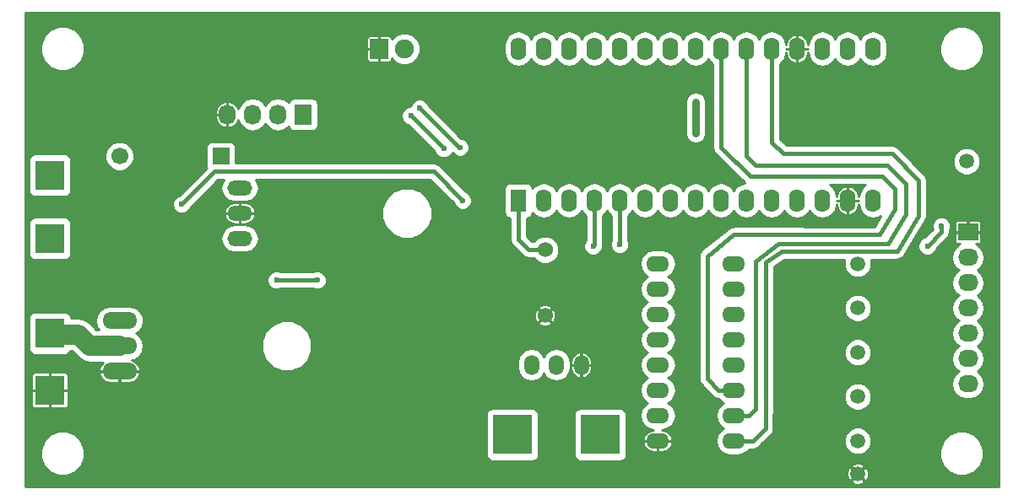
<source format=gbr>
G04 #@! TF.FileFunction,Copper,L2,Bot,Signal*
%FSLAX46Y46*%
G04 Gerber Fmt 4.6, Leading zero omitted, Abs format (unit mm)*
G04 Created by KiCad (PCBNEW 4.0.4-stable) date 11/17/16 13:04:47*
%MOMM*%
%LPD*%
G01*
G04 APERTURE LIST*
%ADD10C,0.100000*%
%ADD11C,1.699260*%
%ADD12R,1.699260X1.699260*%
%ADD13R,1.900000X2.000000*%
%ADD14C,1.900000*%
%ADD15R,1.727200X2.032000*%
%ADD16O,1.727200X2.032000*%
%ADD17R,2.032000X1.727200*%
%ADD18O,2.032000X1.727200*%
%ADD19O,3.500120X1.699260*%
%ADD20O,1.524000X2.000000*%
%ADD21R,4.000000X4.000000*%
%ADD22O,2.499360X1.501140*%
%ADD23R,1.574800X2.286000*%
%ADD24O,1.574800X2.286000*%
%ADD25O,2.300000X1.600000*%
%ADD26C,1.524000*%
%ADD27R,3.000000X3.000000*%
%ADD28C,1.500000*%
%ADD29C,0.600000*%
%ADD30C,0.406400*%
%ADD31C,2.032000*%
%ADD32C,0.762000*%
%ADD33C,0.254000*%
G04 APERTURE END LIST*
D10*
D11*
X10159480Y33652460D03*
D12*
X20319480Y33652460D03*
D13*
X36195000Y44450000D03*
D14*
X38735000Y44450000D03*
D15*
X28575000Y37846000D03*
D16*
X26035000Y37846000D03*
X23495000Y37846000D03*
X20955000Y37846000D03*
D17*
X95250000Y26035000D03*
D18*
X95250000Y23495000D03*
X95250000Y20955000D03*
X95250000Y18415000D03*
X95250000Y15875000D03*
X95250000Y13335000D03*
X95250000Y10795000D03*
D19*
X10160000Y14605000D03*
X10160000Y17145000D03*
X10160000Y12065000D03*
D20*
X56475000Y12700000D03*
X53975000Y12700000D03*
X51475000Y12700000D03*
D21*
X49575000Y5700000D03*
X58375000Y5700000D03*
D22*
X22225000Y27940000D03*
X22225000Y30480000D03*
X22225000Y25400000D03*
D23*
X50165000Y29210000D03*
D24*
X52705000Y29210000D03*
X55245000Y29210000D03*
X57785000Y29210000D03*
X60325000Y29210000D03*
X62865000Y29210000D03*
X65405000Y29210000D03*
X67945000Y29210000D03*
X70485000Y29210000D03*
X73025000Y29210000D03*
X75565000Y29210000D03*
X78105000Y29210000D03*
X80645000Y29210000D03*
X83185000Y29210000D03*
X85725000Y29210000D03*
X85725000Y44450000D03*
X83185000Y44450000D03*
X80645000Y44450000D03*
X78105000Y44450000D03*
X75565000Y44450000D03*
X73025000Y44450000D03*
X70485000Y44450000D03*
X67945000Y44450000D03*
X65405000Y44450000D03*
X62865000Y44450000D03*
X60325000Y44450000D03*
X57785000Y44450000D03*
X55245000Y44450000D03*
X52705000Y44450000D03*
X50165000Y44450000D03*
D25*
X64135000Y22860000D03*
X64135000Y20320000D03*
X64135000Y17780000D03*
X64135000Y15240000D03*
X64135000Y12700000D03*
X64135000Y10160000D03*
X64135000Y7620000D03*
X64135000Y5080000D03*
X71755000Y5080000D03*
X71755000Y7620000D03*
X71755000Y10160000D03*
X71755000Y12700000D03*
X71755000Y15240000D03*
X71755000Y17780000D03*
X71755000Y20320000D03*
X71755000Y22860000D03*
D26*
X52832000Y24255000D03*
X52832000Y17655000D03*
D27*
X3175000Y25400000D03*
X3175000Y31750000D03*
X3175000Y15875000D03*
X3175000Y10160000D03*
D28*
X84201000Y1778000D03*
X84201000Y22860000D03*
X84201000Y18415000D03*
X84201000Y13970000D03*
X84201000Y9525000D03*
X84201000Y5080000D03*
X95123000Y33147000D03*
D29*
X77470000Y18415000D03*
X77470000Y5080000D03*
X77470000Y9525000D03*
X77470000Y13970000D03*
X77470000Y22860000D03*
X92583000Y26670000D03*
X91186000Y24638000D03*
X25908000Y21209000D03*
X29972000Y21209000D03*
X42672000Y34417000D03*
X39370000Y37719000D03*
X40259000Y38481000D03*
X44323000Y34544000D03*
X44577000Y29210000D03*
X16383000Y28829000D03*
X57658000Y24638000D03*
X60325000Y24765000D03*
X67945000Y39116000D03*
X67945000Y35941000D03*
D30*
X92583000Y26035000D02*
X92583000Y26670000D01*
X91186000Y24638000D02*
X92583000Y26035000D01*
X29972000Y21209000D02*
X25908000Y21209000D01*
X39370000Y37719000D02*
X42672000Y34417000D01*
X40259000Y38481000D02*
X44196000Y34544000D01*
X44196000Y34544000D02*
X44323000Y34544000D01*
D31*
X10160000Y14605000D02*
X7185000Y14605000D01*
X6040000Y15750000D02*
X3300000Y15750000D01*
X7185000Y14605000D02*
X6040000Y15750000D01*
X3300000Y15750000D02*
X3175000Y15875000D01*
D30*
X41656000Y32131000D02*
X44577000Y29210000D01*
X19685000Y32131000D02*
X41656000Y32131000D01*
X16383000Y28829000D02*
X19685000Y32131000D01*
X57785000Y24765000D02*
X57785000Y29210000D01*
X57658000Y24638000D02*
X57785000Y24765000D01*
X60325000Y24765000D02*
X60325000Y29210000D01*
X75565000Y44450000D02*
X75565000Y35052000D01*
X73660000Y5080000D02*
X71755000Y5080000D01*
X74930000Y6350000D02*
X73660000Y5080000D01*
X74992261Y22986767D02*
X74930000Y6350000D01*
X76581000Y24130000D02*
X74992261Y22986767D01*
X88138000Y24130000D02*
X76581000Y24130000D01*
X90297000Y27686000D02*
X88138000Y24130000D01*
X90297000Y31242000D02*
X90297000Y27686000D01*
X87630000Y33909000D02*
X90297000Y31242000D01*
X76708000Y33909000D02*
X87630000Y33909000D01*
X75565000Y35052000D02*
X76708000Y33909000D01*
X73025000Y44450000D02*
X73025000Y33655000D01*
X73279000Y7620000D02*
X71755000Y7620000D01*
X73914000Y8255000D02*
X73279000Y7620000D01*
X73914000Y23114000D02*
X73914000Y8255000D01*
X76200000Y24892000D02*
X73914000Y23114000D01*
X87249000Y24892000D02*
X76200000Y24892000D01*
X89027000Y27813000D02*
X87249000Y24892000D01*
X89027000Y30861000D02*
X89027000Y27813000D01*
X87122000Y32766000D02*
X89027000Y30861000D01*
X73914000Y32766000D02*
X87122000Y32766000D01*
X73025000Y33655000D02*
X73914000Y32766000D01*
X70485000Y44450000D02*
X70485000Y34544000D01*
X70231000Y10160000D02*
X71755000Y10160000D01*
X69088000Y11303000D02*
X70231000Y10160000D01*
X69088000Y23622000D02*
X69088000Y11303000D01*
X71755000Y25781000D02*
X69088000Y23622000D01*
X86360082Y25770751D02*
X71755000Y25781000D01*
X87884000Y28321000D02*
X86360082Y25770751D01*
X87884000Y30353000D02*
X87884000Y28321000D01*
X86614000Y31623000D02*
X87884000Y30353000D01*
X73406000Y31623000D02*
X86614000Y31623000D01*
X70485000Y34544000D02*
X73406000Y31623000D01*
D32*
X67945000Y35941000D02*
X67945000Y39116000D01*
D30*
X52832000Y24255000D02*
X51183000Y24255000D01*
X50165000Y25273000D02*
X50165000Y29210000D01*
X51183000Y24255000D02*
X50165000Y25273000D01*
D33*
G36*
X98330000Y460000D02*
X750000Y460000D01*
X750000Y1039855D01*
X83498776Y1039855D01*
X83574356Y872287D01*
X83968658Y701424D01*
X84398332Y694459D01*
X84797964Y852454D01*
X84827644Y872287D01*
X84903224Y1039855D01*
X84201000Y1742079D01*
X83498776Y1039855D01*
X750000Y1039855D01*
X750000Y3367381D01*
X2209613Y3367381D01*
X2549155Y2545628D01*
X3177321Y1916364D01*
X3998481Y1575389D01*
X4887619Y1574613D01*
X4902273Y1580668D01*
X83117459Y1580668D01*
X83275454Y1181036D01*
X83295287Y1151356D01*
X83462855Y1075776D01*
X84165079Y1778000D01*
X84236921Y1778000D01*
X84939145Y1075776D01*
X85106713Y1151356D01*
X85277576Y1545658D01*
X85284541Y1975332D01*
X85126546Y2374964D01*
X85106713Y2404644D01*
X84939145Y2480224D01*
X84236921Y1778000D01*
X84165079Y1778000D01*
X83462855Y2480224D01*
X83295287Y2404644D01*
X83124424Y2010342D01*
X83117459Y1580668D01*
X4902273Y1580668D01*
X5709372Y1914155D01*
X6312414Y2516145D01*
X83498776Y2516145D01*
X84201000Y1813921D01*
X84903224Y2516145D01*
X84827644Y2683713D01*
X84433342Y2854576D01*
X84003668Y2861541D01*
X83604036Y2703546D01*
X83574356Y2683713D01*
X83498776Y2516145D01*
X6312414Y2516145D01*
X6338636Y2542321D01*
X6679611Y3363481D01*
X6680387Y4252619D01*
X6340845Y5074372D01*
X5712679Y5703636D01*
X4891519Y6044611D01*
X4002381Y6045387D01*
X3180628Y5705845D01*
X2551364Y5077679D01*
X2210389Y4256519D01*
X2209613Y3367381D01*
X750000Y3367381D01*
X750000Y7700000D01*
X46927560Y7700000D01*
X46927560Y3700000D01*
X46971838Y3464683D01*
X47110910Y3248559D01*
X47323110Y3103569D01*
X47575000Y3052560D01*
X51575000Y3052560D01*
X51810317Y3096838D01*
X52026441Y3235910D01*
X52171431Y3448110D01*
X52222440Y3700000D01*
X52222440Y7700000D01*
X55727560Y7700000D01*
X55727560Y3700000D01*
X55771838Y3464683D01*
X55910910Y3248559D01*
X56123110Y3103569D01*
X56375000Y3052560D01*
X60375000Y3052560D01*
X60610317Y3096838D01*
X60826441Y3235910D01*
X60916271Y3367381D01*
X92379613Y3367381D01*
X92719155Y2545628D01*
X93347321Y1916364D01*
X94168481Y1575389D01*
X95057619Y1574613D01*
X95879372Y1914155D01*
X96508636Y2542321D01*
X96849611Y3363481D01*
X96850387Y4252619D01*
X96510845Y5074372D01*
X95882679Y5703636D01*
X95061519Y6044611D01*
X94172381Y6045387D01*
X93350628Y5705845D01*
X92721364Y5077679D01*
X92380389Y4256519D01*
X92379613Y3367381D01*
X60916271Y3367381D01*
X60971431Y3448110D01*
X61022440Y3700000D01*
X61022440Y4878155D01*
X62672970Y4878155D01*
X62731112Y4670958D01*
X62967868Y4298789D01*
X63329025Y4045552D01*
X63759600Y3949800D01*
X64109600Y3949800D01*
X64109600Y5054600D01*
X64160400Y5054600D01*
X64160400Y3949800D01*
X64510400Y3949800D01*
X64940975Y4045552D01*
X65302132Y4298789D01*
X65538888Y4670958D01*
X65597030Y4878155D01*
X65532342Y5054600D01*
X64160400Y5054600D01*
X64109600Y5054600D01*
X62737658Y5054600D01*
X62672970Y4878155D01*
X61022440Y4878155D01*
X61022440Y7700000D01*
X60978162Y7935317D01*
X60839090Y8151441D01*
X60626890Y8296431D01*
X60375000Y8347440D01*
X56375000Y8347440D01*
X56139683Y8303162D01*
X55923559Y8164090D01*
X55778569Y7951890D01*
X55727560Y7700000D01*
X52222440Y7700000D01*
X52178162Y7935317D01*
X52039090Y8151441D01*
X51826890Y8296431D01*
X51575000Y8347440D01*
X47575000Y8347440D01*
X47339683Y8303162D01*
X47123559Y8164090D01*
X46978569Y7951890D01*
X46927560Y7700000D01*
X750000Y7700000D01*
X750000Y10052050D01*
X1344800Y10052050D01*
X1344800Y8594319D01*
X1395070Y8472957D01*
X1487957Y8380070D01*
X1609319Y8329800D01*
X3067050Y8329800D01*
X3149600Y8412350D01*
X3149600Y10134600D01*
X3200400Y10134600D01*
X3200400Y8412350D01*
X3282950Y8329800D01*
X4740681Y8329800D01*
X4862043Y8380070D01*
X4954930Y8472957D01*
X5005200Y8594319D01*
X5005200Y10052050D01*
X4922650Y10134600D01*
X3200400Y10134600D01*
X3149600Y10134600D01*
X1427350Y10134600D01*
X1344800Y10052050D01*
X750000Y10052050D01*
X750000Y11725681D01*
X1344800Y11725681D01*
X1344800Y10267950D01*
X1427350Y10185400D01*
X3149600Y10185400D01*
X3149600Y11907650D01*
X3200400Y11907650D01*
X3200400Y10185400D01*
X4922650Y10185400D01*
X5005200Y10267950D01*
X5005200Y11725681D01*
X4954930Y11847043D01*
X4946584Y11855389D01*
X8098509Y11855389D01*
X8159828Y11636965D01*
X8407343Y11248694D01*
X8784602Y10984699D01*
X9234170Y10885170D01*
X10134600Y10885170D01*
X10134600Y12039600D01*
X10185400Y12039600D01*
X10185400Y10885170D01*
X11085830Y10885170D01*
X11535398Y10984699D01*
X11912657Y11248694D01*
X12160172Y11636965D01*
X12221491Y11855389D01*
X12157416Y12039600D01*
X10185400Y12039600D01*
X10134600Y12039600D01*
X8162584Y12039600D01*
X8098509Y11855389D01*
X4946584Y11855389D01*
X4862043Y11939930D01*
X4740681Y11990200D01*
X3282950Y11990200D01*
X3200400Y11907650D01*
X3149600Y11907650D01*
X3067050Y11990200D01*
X1609319Y11990200D01*
X1487957Y11939930D01*
X1395070Y11847043D01*
X1344800Y11725681D01*
X750000Y11725681D01*
X750000Y17375000D01*
X1027560Y17375000D01*
X1027560Y14375000D01*
X1071838Y14139683D01*
X1210910Y13923559D01*
X1423110Y13778569D01*
X1675000Y13727560D01*
X4675000Y13727560D01*
X4910317Y13771838D01*
X5126441Y13910910D01*
X5254957Y14099000D01*
X5356134Y14099000D01*
X6017567Y13437566D01*
X6553190Y13079675D01*
X7185000Y12954000D01*
X8511226Y12954000D01*
X8407343Y12881306D01*
X8159828Y12493035D01*
X8098509Y12274611D01*
X8162584Y12090400D01*
X10134600Y12090400D01*
X10134600Y12110400D01*
X10185400Y12110400D01*
X10185400Y12090400D01*
X12157416Y12090400D01*
X12221491Y12274611D01*
X12160172Y12493035D01*
X11912657Y12881306D01*
X11535398Y13145301D01*
X11392044Y13177038D01*
X11675299Y13233381D01*
X12156948Y13555208D01*
X12478775Y14036857D01*
X12491928Y14102985D01*
X24388641Y14102985D01*
X24773746Y13170959D01*
X25486208Y12457252D01*
X26417561Y12070521D01*
X27426015Y12069641D01*
X28358041Y12454746D01*
X28874227Y12970032D01*
X50078000Y12970032D01*
X50078000Y12429968D01*
X50184340Y11895359D01*
X50487172Y11442140D01*
X50940391Y11139308D01*
X51475000Y11032968D01*
X52009609Y11139308D01*
X52462828Y11442140D01*
X52725000Y11834507D01*
X52987172Y11442140D01*
X53440391Y11139308D01*
X53975000Y11032968D01*
X54509609Y11139308D01*
X54962828Y11442140D01*
X55265660Y11895359D01*
X55372000Y12429968D01*
X55372000Y12674600D01*
X55382800Y12674600D01*
X55382800Y12436600D01*
X55475659Y12020567D01*
X55720658Y11671738D01*
X56080499Y11443219D01*
X56279101Y11387512D01*
X56449600Y11452670D01*
X56449600Y12674600D01*
X56500400Y12674600D01*
X56500400Y11452670D01*
X56670899Y11387512D01*
X56869501Y11443219D01*
X57229342Y11671738D01*
X57474341Y12020567D01*
X57567200Y12436600D01*
X57567200Y12674600D01*
X56500400Y12674600D01*
X56449600Y12674600D01*
X55382800Y12674600D01*
X55372000Y12674600D01*
X55372000Y12963400D01*
X55382800Y12963400D01*
X55382800Y12725400D01*
X56449600Y12725400D01*
X56449600Y13947330D01*
X56500400Y13947330D01*
X56500400Y12725400D01*
X57567200Y12725400D01*
X57567200Y12963400D01*
X57474341Y13379433D01*
X57229342Y13728262D01*
X56869501Y13956781D01*
X56670899Y14012488D01*
X56500400Y13947330D01*
X56449600Y13947330D01*
X56279101Y14012488D01*
X56080499Y13956781D01*
X55720658Y13728262D01*
X55475659Y13379433D01*
X55382800Y12963400D01*
X55372000Y12963400D01*
X55372000Y12970032D01*
X55265660Y13504641D01*
X54962828Y13957860D01*
X54509609Y14260692D01*
X53975000Y14367032D01*
X53440391Y14260692D01*
X52987172Y13957860D01*
X52725000Y13565493D01*
X52462828Y13957860D01*
X52009609Y14260692D01*
X51475000Y14367032D01*
X50940391Y14260692D01*
X50487172Y13957860D01*
X50184340Y13504641D01*
X50078000Y12970032D01*
X28874227Y12970032D01*
X29071748Y13167208D01*
X29458479Y14098561D01*
X29459359Y15107015D01*
X29074254Y16039041D01*
X28361792Y16752748D01*
X27987422Y16908200D01*
X52121122Y16908200D01*
X52198164Y16739386D01*
X52596802Y16566524D01*
X53031248Y16559373D01*
X53435359Y16719022D01*
X53465836Y16739386D01*
X53542878Y16908200D01*
X52832000Y17619079D01*
X52121122Y16908200D01*
X27987422Y16908200D01*
X27430439Y17139479D01*
X26421985Y17140359D01*
X25489959Y16755254D01*
X24776252Y16042792D01*
X24389521Y15111439D01*
X24388641Y14102985D01*
X12491928Y14102985D01*
X12591786Y14605000D01*
X12478775Y15173143D01*
X12156948Y15654792D01*
X11827383Y15875000D01*
X12156948Y16095208D01*
X12478775Y16576857D01*
X12591786Y17145000D01*
X12529974Y17455752D01*
X51736373Y17455752D01*
X51896022Y17051641D01*
X51916386Y17021164D01*
X52085200Y16944122D01*
X52796079Y17655000D01*
X52867921Y17655000D01*
X53578800Y16944122D01*
X53747614Y17021164D01*
X53920476Y17419802D01*
X53927627Y17854248D01*
X53767978Y18258359D01*
X53747614Y18288836D01*
X53578800Y18365878D01*
X52867921Y17655000D01*
X52796079Y17655000D01*
X52085200Y18365878D01*
X51916386Y18288836D01*
X51743524Y17890198D01*
X51736373Y17455752D01*
X12529974Y17455752D01*
X12478775Y17713143D01*
X12156948Y18194792D01*
X11847139Y18401800D01*
X52121122Y18401800D01*
X52832000Y17690921D01*
X53542878Y18401800D01*
X53465836Y18570614D01*
X53067198Y18743476D01*
X52632752Y18750627D01*
X52228641Y18590978D01*
X52198164Y18570614D01*
X52121122Y18401800D01*
X11847139Y18401800D01*
X11675299Y18516619D01*
X11107156Y18629630D01*
X9212844Y18629630D01*
X8644701Y18516619D01*
X8163052Y18194792D01*
X7841225Y17713143D01*
X7728214Y17145000D01*
X7841225Y16576857D01*
X8055614Y16256000D01*
X7868867Y16256000D01*
X7207433Y16917433D01*
X6671811Y17275325D01*
X6040000Y17401000D01*
X5317548Y17401000D01*
X5278162Y17610317D01*
X5139090Y17826441D01*
X4926890Y17971431D01*
X4675000Y18022440D01*
X1675000Y18022440D01*
X1439683Y17978162D01*
X1223559Y17839090D01*
X1078569Y17626890D01*
X1027560Y17375000D01*
X750000Y17375000D01*
X750000Y21023833D01*
X24972838Y21023833D01*
X25114883Y20680057D01*
X25377673Y20416808D01*
X25721201Y20274162D01*
X26093167Y20273838D01*
X26327834Y20370800D01*
X29552472Y20370800D01*
X29785201Y20274162D01*
X30157167Y20273838D01*
X30500943Y20415883D01*
X30764192Y20678673D01*
X30906838Y21022201D01*
X30907162Y21394167D01*
X30765117Y21737943D01*
X30502327Y22001192D01*
X30158799Y22143838D01*
X29786833Y22144162D01*
X29552166Y22047200D01*
X26327528Y22047200D01*
X26094799Y22143838D01*
X25722833Y22144162D01*
X25379057Y22002117D01*
X25115808Y21739327D01*
X24973162Y21395799D01*
X24972838Y21023833D01*
X750000Y21023833D01*
X750000Y26900000D01*
X1027560Y26900000D01*
X1027560Y23900000D01*
X1071838Y23664683D01*
X1210910Y23448559D01*
X1423110Y23303569D01*
X1675000Y23252560D01*
X4675000Y23252560D01*
X4910317Y23296838D01*
X5126441Y23435910D01*
X5271431Y23648110D01*
X5322440Y23900000D01*
X5322440Y25400000D01*
X20303397Y25400000D01*
X20408867Y24869765D01*
X20709221Y24420254D01*
X21158732Y24119900D01*
X21688967Y24014430D01*
X22761033Y24014430D01*
X23291268Y24119900D01*
X23740779Y24420254D01*
X24041133Y24869765D01*
X24146603Y25400000D01*
X24041133Y25930235D01*
X23740779Y26379746D01*
X23291268Y26680100D01*
X22761033Y26785570D01*
X21688967Y26785570D01*
X21158732Y26680100D01*
X20709221Y26379746D01*
X20408867Y25930235D01*
X20303397Y25400000D01*
X5322440Y25400000D01*
X5322440Y26900000D01*
X5278162Y27135317D01*
X5139090Y27351441D01*
X4926890Y27496431D01*
X4675000Y27547440D01*
X1675000Y27547440D01*
X1439683Y27503162D01*
X1223559Y27364090D01*
X1078569Y27151890D01*
X1027560Y26900000D01*
X750000Y26900000D01*
X750000Y27745890D01*
X20662695Y27745890D01*
X20717669Y27549874D01*
X20943710Y27193741D01*
X21288831Y26951219D01*
X21700490Y26859230D01*
X22199600Y26859230D01*
X22199600Y27914600D01*
X22250400Y27914600D01*
X22250400Y26859230D01*
X22749510Y26859230D01*
X23161169Y26951219D01*
X23506290Y27193741D01*
X23661313Y27437985D01*
X36453641Y27437985D01*
X36838746Y26505959D01*
X37551208Y25792252D01*
X38482561Y25405521D01*
X39491015Y25404641D01*
X40423041Y25789746D01*
X41136748Y26502208D01*
X41523479Y27433561D01*
X41524359Y28442015D01*
X41139254Y29374041D01*
X40426792Y30087748D01*
X39495439Y30474479D01*
X38486985Y30475359D01*
X37554959Y30090254D01*
X36841252Y29377792D01*
X36454521Y28446439D01*
X36453641Y27437985D01*
X23661313Y27437985D01*
X23732331Y27549874D01*
X23787305Y27745890D01*
X23722007Y27914600D01*
X22250400Y27914600D01*
X22199600Y27914600D01*
X20727993Y27914600D01*
X20662695Y27745890D01*
X750000Y27745890D01*
X750000Y28643833D01*
X15447838Y28643833D01*
X15589883Y28300057D01*
X15852673Y28036808D01*
X16196201Y27894162D01*
X16568167Y27893838D01*
X16911943Y28035883D01*
X17010341Y28134110D01*
X20662695Y28134110D01*
X20727993Y27965400D01*
X22199600Y27965400D01*
X22199600Y29020770D01*
X22250400Y29020770D01*
X22250400Y27965400D01*
X23722007Y27965400D01*
X23787305Y28134110D01*
X23732331Y28330126D01*
X23506290Y28686259D01*
X23161169Y28928781D01*
X22749510Y29020770D01*
X22250400Y29020770D01*
X22199600Y29020770D01*
X21700490Y29020770D01*
X21288831Y28928781D01*
X20943710Y28686259D01*
X20717669Y28330126D01*
X20662695Y28134110D01*
X17010341Y28134110D01*
X17175192Y28298673D01*
X17272564Y28533170D01*
X20032194Y31292800D01*
X20597671Y31292800D01*
X20408867Y31010235D01*
X20303397Y30480000D01*
X20408867Y29949765D01*
X20709221Y29500254D01*
X21158732Y29199900D01*
X21688967Y29094430D01*
X22761033Y29094430D01*
X23291268Y29199900D01*
X23740779Y29500254D01*
X24041133Y29949765D01*
X24146603Y30480000D01*
X24041133Y31010235D01*
X23852329Y31292800D01*
X41308806Y31292800D01*
X43687652Y28913954D01*
X43783883Y28681057D01*
X44046673Y28417808D01*
X44390201Y28275162D01*
X44762167Y28274838D01*
X45105943Y28416883D01*
X45369192Y28679673D01*
X45511838Y29023201D01*
X45512162Y29395167D01*
X45370117Y29738943D01*
X45107327Y30002192D01*
X44872830Y30099564D01*
X44619394Y30353000D01*
X48730160Y30353000D01*
X48730160Y28067000D01*
X48774438Y27831683D01*
X48913510Y27615559D01*
X49125710Y27470569D01*
X49326800Y27429847D01*
X49326800Y25273000D01*
X49390604Y24952234D01*
X49572303Y24680303D01*
X50590303Y23662303D01*
X50862235Y23480604D01*
X51183000Y23416800D01*
X51694803Y23416800D01*
X52039630Y23071371D01*
X52552900Y22858243D01*
X53108661Y22857758D01*
X53114087Y22860000D01*
X62315030Y22860000D01*
X62424263Y22310849D01*
X62735332Y21845302D01*
X63117418Y21590000D01*
X62735332Y21334698D01*
X62424263Y20869151D01*
X62315030Y20320000D01*
X62424263Y19770849D01*
X62735332Y19305302D01*
X63117418Y19050000D01*
X62735332Y18794698D01*
X62424263Y18329151D01*
X62315030Y17780000D01*
X62424263Y17230849D01*
X62735332Y16765302D01*
X63117418Y16510000D01*
X62735332Y16254698D01*
X62424263Y15789151D01*
X62315030Y15240000D01*
X62424263Y14690849D01*
X62735332Y14225302D01*
X63117418Y13970000D01*
X62735332Y13714698D01*
X62424263Y13249151D01*
X62315030Y12700000D01*
X62424263Y12150849D01*
X62735332Y11685302D01*
X63117418Y11430000D01*
X62735332Y11174698D01*
X62424263Y10709151D01*
X62315030Y10160000D01*
X62424263Y9610849D01*
X62735332Y9145302D01*
X63117418Y8890000D01*
X62735332Y8634698D01*
X62424263Y8169151D01*
X62315030Y7620000D01*
X62424263Y7070849D01*
X62735332Y6605302D01*
X63200879Y6294233D01*
X63695266Y6195893D01*
X63329025Y6114448D01*
X62967868Y5861211D01*
X62731112Y5489042D01*
X62672970Y5281845D01*
X62737658Y5105400D01*
X64109600Y5105400D01*
X64109600Y5125400D01*
X64160400Y5125400D01*
X64160400Y5105400D01*
X65532342Y5105400D01*
X65597030Y5281845D01*
X65538888Y5489042D01*
X65302132Y5861211D01*
X64940975Y6114448D01*
X64574734Y6195893D01*
X65069121Y6294233D01*
X65534668Y6605302D01*
X65845737Y7070849D01*
X65954970Y7620000D01*
X65845737Y8169151D01*
X65534668Y8634698D01*
X65152582Y8890000D01*
X65534668Y9145302D01*
X65845737Y9610849D01*
X65954970Y10160000D01*
X65845737Y10709151D01*
X65534668Y11174698D01*
X65152582Y11430000D01*
X65534668Y11685302D01*
X65845737Y12150849D01*
X65954970Y12700000D01*
X65845737Y13249151D01*
X65534668Y13714698D01*
X65152582Y13970000D01*
X65534668Y14225302D01*
X65845737Y14690849D01*
X65954970Y15240000D01*
X65845737Y15789151D01*
X65534668Y16254698D01*
X65152582Y16510000D01*
X65534668Y16765302D01*
X65845737Y17230849D01*
X65954970Y17780000D01*
X65845737Y18329151D01*
X65534668Y18794698D01*
X65152582Y19050000D01*
X65534668Y19305302D01*
X65845737Y19770849D01*
X65954970Y20320000D01*
X65845737Y20869151D01*
X65534668Y21334698D01*
X65152582Y21590000D01*
X65534668Y21845302D01*
X65845737Y22310849D01*
X65954970Y22860000D01*
X65845737Y23409151D01*
X65534668Y23874698D01*
X65069121Y24185767D01*
X64519970Y24295000D01*
X63750030Y24295000D01*
X63200879Y24185767D01*
X62735332Y23874698D01*
X62424263Y23409151D01*
X62315030Y22860000D01*
X53114087Y22860000D01*
X53622303Y23069990D01*
X54015629Y23462630D01*
X54228757Y23975900D01*
X54229242Y24531661D01*
X54017010Y25045303D01*
X53624370Y25438629D01*
X53111100Y25651757D01*
X52555339Y25652242D01*
X52041697Y25440010D01*
X51694281Y25093200D01*
X51530194Y25093200D01*
X51003200Y25620194D01*
X51003200Y27429119D01*
X51187717Y27463838D01*
X51403841Y27602910D01*
X51548831Y27815110D01*
X51583600Y27986803D01*
X51699211Y27813778D01*
X52160671Y27505441D01*
X52705000Y27397167D01*
X53249329Y27505441D01*
X53710789Y27813778D01*
X53975000Y28209199D01*
X54239211Y27813778D01*
X54700671Y27505441D01*
X55245000Y27397167D01*
X55789329Y27505441D01*
X56250789Y27813778D01*
X56515000Y28209199D01*
X56779211Y27813778D01*
X56946800Y27701799D01*
X56946800Y25249178D01*
X56865808Y25168327D01*
X56723162Y24824799D01*
X56722838Y24452833D01*
X56864883Y24109057D01*
X57127673Y23845808D01*
X57471201Y23703162D01*
X57843167Y23702838D01*
X58186943Y23844883D01*
X58450192Y24107673D01*
X58592838Y24451201D01*
X58592979Y24613068D01*
X58623200Y24765000D01*
X58623200Y27701799D01*
X58790789Y27813778D01*
X59055000Y28209199D01*
X59319211Y27813778D01*
X59486800Y27701799D01*
X59486800Y25184528D01*
X59390162Y24951799D01*
X59389838Y24579833D01*
X59531883Y24236057D01*
X59794673Y23972808D01*
X60138201Y23830162D01*
X60510167Y23829838D01*
X60853943Y23971883D01*
X61117192Y24234673D01*
X61259838Y24578201D01*
X61260162Y24950167D01*
X61163200Y25184834D01*
X61163200Y27701799D01*
X61330789Y27813778D01*
X61595000Y28209199D01*
X61859211Y27813778D01*
X62320671Y27505441D01*
X62865000Y27397167D01*
X63409329Y27505441D01*
X63870789Y27813778D01*
X64135000Y28209199D01*
X64399211Y27813778D01*
X64860671Y27505441D01*
X65405000Y27397167D01*
X65949329Y27505441D01*
X66410789Y27813778D01*
X66675000Y28209199D01*
X66939211Y27813778D01*
X67400671Y27505441D01*
X67945000Y27397167D01*
X68489329Y27505441D01*
X68950789Y27813778D01*
X69215000Y28209199D01*
X69479211Y27813778D01*
X69940671Y27505441D01*
X70485000Y27397167D01*
X71029329Y27505441D01*
X71490789Y27813778D01*
X71755000Y28209199D01*
X72019211Y27813778D01*
X72480671Y27505441D01*
X73025000Y27397167D01*
X73569329Y27505441D01*
X74030789Y27813778D01*
X74295000Y28209199D01*
X74559211Y27813778D01*
X75020671Y27505441D01*
X75565000Y27397167D01*
X76109329Y27505441D01*
X76570789Y27813778D01*
X76835000Y28209199D01*
X77099211Y27813778D01*
X77560671Y27505441D01*
X78105000Y27397167D01*
X78649329Y27505441D01*
X79110789Y27813778D01*
X79375000Y28209199D01*
X79639211Y27813778D01*
X80100671Y27505441D01*
X80645000Y27397167D01*
X81189329Y27505441D01*
X81650789Y27813778D01*
X81959126Y28275238D01*
X82067400Y28819567D01*
X82067400Y28829000D01*
X82162192Y28403246D01*
X82412698Y28046176D01*
X82780780Y27812151D01*
X82985127Y27754818D01*
X83159600Y27819662D01*
X83159600Y29184600D01*
X82067400Y29184600D01*
X82067400Y29235400D01*
X83159600Y29235400D01*
X83159600Y30600338D01*
X82985127Y30665182D01*
X82780780Y30607849D01*
X82412698Y30373824D01*
X82162192Y30016754D01*
X82067400Y29591000D01*
X82067400Y29600433D01*
X81959126Y30144762D01*
X81650789Y30606222D01*
X81383528Y30784800D01*
X84986472Y30784800D01*
X84719211Y30606222D01*
X84410874Y30144762D01*
X84302600Y29600433D01*
X84302600Y29591000D01*
X84207808Y30016754D01*
X83957302Y30373824D01*
X83589220Y30607849D01*
X83384873Y30665182D01*
X83210400Y30600338D01*
X83210400Y29235400D01*
X84302600Y29235400D01*
X84302600Y29184600D01*
X83210400Y29184600D01*
X83210400Y27819662D01*
X83384873Y27754818D01*
X83589220Y27812151D01*
X83957302Y28046176D01*
X84207808Y28403246D01*
X84302600Y28829000D01*
X84302600Y28819567D01*
X84410874Y28275238D01*
X84719211Y27813778D01*
X85180671Y27505441D01*
X85725000Y27397167D01*
X86269329Y27505441D01*
X86520491Y27673262D01*
X85884705Y26609285D01*
X71755588Y26619200D01*
X71637225Y26595742D01*
X71517064Y26584720D01*
X71478035Y26564194D01*
X71434779Y26555621D01*
X71334404Y26488655D01*
X71227606Y26432487D01*
X68560606Y24273487D01*
X68532214Y24239360D01*
X68495303Y24214697D01*
X68428428Y24114612D01*
X68351438Y24022071D01*
X68338266Y23979675D01*
X68313604Y23942765D01*
X68290121Y23824707D01*
X68254405Y23709747D01*
X68258460Y23665538D01*
X68249800Y23622000D01*
X68249800Y11303000D01*
X68313604Y10982234D01*
X68495303Y10710303D01*
X69638303Y9567303D01*
X69910234Y9385604D01*
X70231000Y9321800D01*
X70237400Y9321800D01*
X70355332Y9145302D01*
X70737418Y8890000D01*
X70355332Y8634698D01*
X70044263Y8169151D01*
X69935030Y7620000D01*
X70044263Y7070849D01*
X70355332Y6605302D01*
X70737418Y6350000D01*
X70355332Y6094698D01*
X70044263Y5629151D01*
X69935030Y5080000D01*
X70044263Y4530849D01*
X70355332Y4065302D01*
X70820879Y3754233D01*
X71370030Y3645000D01*
X72139970Y3645000D01*
X72689121Y3754233D01*
X73154668Y4065302D01*
X73272600Y4241800D01*
X73660000Y4241800D01*
X73980766Y4305604D01*
X74252697Y4487303D01*
X74571109Y4805715D01*
X82815760Y4805715D01*
X83026169Y4296485D01*
X83415436Y3906539D01*
X83924298Y3695241D01*
X84475285Y3694760D01*
X84984515Y3905169D01*
X85374461Y4294436D01*
X85585759Y4803298D01*
X85586240Y5354285D01*
X85375831Y5863515D01*
X84986564Y6253461D01*
X84477702Y6464759D01*
X83926715Y6465240D01*
X83417485Y6254831D01*
X83027539Y5865564D01*
X82816241Y5356702D01*
X82815760Y4805715D01*
X74571109Y4805715D01*
X75522697Y5757303D01*
X75612718Y5892029D01*
X75703190Y6026339D01*
X75703507Y6027904D01*
X75704396Y6029234D01*
X75736009Y6188163D01*
X75768194Y6346863D01*
X75779061Y9250715D01*
X82815760Y9250715D01*
X83026169Y8741485D01*
X83415436Y8351539D01*
X83924298Y8140241D01*
X84475285Y8139760D01*
X84984515Y8350169D01*
X85374461Y8739436D01*
X85585759Y9248298D01*
X85586240Y9799285D01*
X85375831Y10308515D01*
X84986564Y10698461D01*
X84477702Y10909759D01*
X83926715Y10910240D01*
X83417485Y10699831D01*
X83027539Y10310564D01*
X82816241Y9801702D01*
X82815760Y9250715D01*
X75779061Y9250715D01*
X75795695Y13695715D01*
X82815760Y13695715D01*
X83026169Y13186485D01*
X83415436Y12796539D01*
X83924298Y12585241D01*
X84475285Y12584760D01*
X84984515Y12795169D01*
X85374461Y13184436D01*
X85585759Y13693298D01*
X85586240Y14244285D01*
X85375831Y14753515D01*
X84986564Y15143461D01*
X84477702Y15354759D01*
X83926715Y15355240D01*
X83417485Y15144831D01*
X83027539Y14755564D01*
X82816241Y14246702D01*
X82815760Y13695715D01*
X75795695Y13695715D01*
X75812330Y18140715D01*
X82815760Y18140715D01*
X83026169Y17631485D01*
X83415436Y17241539D01*
X83924298Y17030241D01*
X84475285Y17029760D01*
X84984515Y17240169D01*
X85374461Y17629436D01*
X85585759Y18138298D01*
X85586240Y18689285D01*
X85375831Y19198515D01*
X84986564Y19588461D01*
X84477702Y19799759D01*
X83926715Y19800240D01*
X83417485Y19589831D01*
X83027539Y19200564D01*
X82816241Y18691702D01*
X82815760Y18140715D01*
X75812330Y18140715D01*
X75828855Y22556112D01*
X76851233Y23291800D01*
X82880643Y23291800D01*
X82816241Y23136702D01*
X82815760Y22585715D01*
X83026169Y22076485D01*
X83415436Y21686539D01*
X83924298Y21475241D01*
X84475285Y21474760D01*
X84984515Y21685169D01*
X85374461Y22074436D01*
X85585759Y22583298D01*
X85586240Y23134285D01*
X85521156Y23291800D01*
X88138000Y23291800D01*
X88236597Y23311412D01*
X88337033Y23315773D01*
X88395501Y23343020D01*
X88458765Y23355604D01*
X88542351Y23411454D01*
X88633474Y23453919D01*
X88671135Y23495000D01*
X93566655Y23495000D01*
X93680729Y22921511D01*
X94005585Y22435330D01*
X94320366Y22225000D01*
X94005585Y22014670D01*
X93680729Y21528489D01*
X93566655Y20955000D01*
X93680729Y20381511D01*
X94005585Y19895330D01*
X94320366Y19685000D01*
X94005585Y19474670D01*
X93680729Y18988489D01*
X93566655Y18415000D01*
X93680729Y17841511D01*
X94005585Y17355330D01*
X94320366Y17145000D01*
X94005585Y16934670D01*
X93680729Y16448489D01*
X93566655Y15875000D01*
X93680729Y15301511D01*
X94005585Y14815330D01*
X94320366Y14605000D01*
X94005585Y14394670D01*
X93680729Y13908489D01*
X93566655Y13335000D01*
X93680729Y12761511D01*
X94005585Y12275330D01*
X94320366Y12065000D01*
X94005585Y11854670D01*
X93680729Y11368489D01*
X93566655Y10795000D01*
X93680729Y10221511D01*
X94005585Y9735330D01*
X94491766Y9410474D01*
X95065255Y9296400D01*
X95434745Y9296400D01*
X96008234Y9410474D01*
X96494415Y9735330D01*
X96819271Y10221511D01*
X96933345Y10795000D01*
X96819271Y11368489D01*
X96494415Y11854670D01*
X96179634Y12065000D01*
X96494415Y12275330D01*
X96819271Y12761511D01*
X96933345Y13335000D01*
X96819271Y13908489D01*
X96494415Y14394670D01*
X96179634Y14605000D01*
X96494415Y14815330D01*
X96819271Y15301511D01*
X96933345Y15875000D01*
X96819271Y16448489D01*
X96494415Y16934670D01*
X96179634Y17145000D01*
X96494415Y17355330D01*
X96819271Y17841511D01*
X96933345Y18415000D01*
X96819271Y18988489D01*
X96494415Y19474670D01*
X96179634Y19685000D01*
X96494415Y19895330D01*
X96819271Y20381511D01*
X96933345Y20955000D01*
X96819271Y21528489D01*
X96494415Y22014670D01*
X96179634Y22225000D01*
X96494415Y22435330D01*
X96819271Y22921511D01*
X96933345Y23495000D01*
X96819271Y24068489D01*
X96494415Y24554670D01*
X96065593Y24841200D01*
X96331681Y24841200D01*
X96453043Y24891470D01*
X96545930Y24984357D01*
X96596200Y25105719D01*
X96596200Y25927050D01*
X96513650Y26009600D01*
X95275400Y26009600D01*
X95275400Y25989600D01*
X95224600Y25989600D01*
X95224600Y26009600D01*
X93986350Y26009600D01*
X93903800Y25927050D01*
X93903800Y25105719D01*
X93954070Y24984357D01*
X94046957Y24891470D01*
X94168319Y24841200D01*
X94434407Y24841200D01*
X94005585Y24554670D01*
X93680729Y24068489D01*
X93566655Y23495000D01*
X88671135Y23495000D01*
X88677064Y23501467D01*
X88730697Y23537303D01*
X88786549Y23620891D01*
X88854483Y23694993D01*
X89314600Y24452833D01*
X90250838Y24452833D01*
X90392883Y24109057D01*
X90655673Y23845808D01*
X90999201Y23703162D01*
X91371167Y23702838D01*
X91714943Y23844883D01*
X91978192Y24107673D01*
X92075564Y24342170D01*
X93175697Y25442303D01*
X93357396Y25714234D01*
X93421200Y26035000D01*
X93421200Y26250472D01*
X93517838Y26483201D01*
X93518162Y26855167D01*
X93473078Y26964281D01*
X93903800Y26964281D01*
X93903800Y26142950D01*
X93986350Y26060400D01*
X95224600Y26060400D01*
X95224600Y27146250D01*
X95275400Y27146250D01*
X95275400Y26060400D01*
X96513650Y26060400D01*
X96596200Y26142950D01*
X96596200Y26964281D01*
X96545930Y27085643D01*
X96453043Y27178530D01*
X96331681Y27228800D01*
X95357950Y27228800D01*
X95275400Y27146250D01*
X95224600Y27146250D01*
X95142050Y27228800D01*
X94168319Y27228800D01*
X94046957Y27178530D01*
X93954070Y27085643D01*
X93903800Y26964281D01*
X93473078Y26964281D01*
X93376117Y27198943D01*
X93113327Y27462192D01*
X92769799Y27604838D01*
X92397833Y27605162D01*
X92054057Y27463117D01*
X91790808Y27200327D01*
X91648162Y26856799D01*
X91647838Y26484833D01*
X91706198Y26343592D01*
X90889954Y25527348D01*
X90657057Y25431117D01*
X90393808Y25168327D01*
X90251162Y24824799D01*
X90250838Y24452833D01*
X89314600Y24452833D01*
X91013483Y27250992D01*
X91035560Y27311602D01*
X91071396Y27365235D01*
X91091008Y27463832D01*
X91125414Y27558291D01*
X91122616Y27622735D01*
X91135200Y27686000D01*
X91135200Y31242000D01*
X91071396Y31562765D01*
X90889697Y31834697D01*
X89851679Y32872715D01*
X93737760Y32872715D01*
X93948169Y32363485D01*
X94337436Y31973539D01*
X94846298Y31762241D01*
X95397285Y31761760D01*
X95906515Y31972169D01*
X96296461Y32361436D01*
X96507759Y32870298D01*
X96508240Y33421285D01*
X96297831Y33930515D01*
X95908564Y34320461D01*
X95399702Y34531759D01*
X94848715Y34532240D01*
X94339485Y34321831D01*
X93949539Y33932564D01*
X93738241Y33423702D01*
X93737760Y32872715D01*
X89851679Y32872715D01*
X88222697Y34501697D01*
X87950766Y34683396D01*
X87630000Y34747200D01*
X77055194Y34747200D01*
X76403200Y35399194D01*
X76403200Y42941799D01*
X76570789Y43053778D01*
X76879126Y43515238D01*
X76987400Y44059567D01*
X76987400Y44069000D01*
X77082192Y43643246D01*
X77332698Y43286176D01*
X77700780Y43052151D01*
X77905127Y42994818D01*
X78079600Y43059662D01*
X78079600Y44424600D01*
X76987400Y44424600D01*
X76987400Y44475400D01*
X78079600Y44475400D01*
X78079600Y45840338D01*
X78130400Y45840338D01*
X78130400Y44475400D01*
X79222600Y44475400D01*
X79222600Y44424600D01*
X78130400Y44424600D01*
X78130400Y43059662D01*
X78304873Y42994818D01*
X78509220Y43052151D01*
X78877302Y43286176D01*
X79127808Y43643246D01*
X79222600Y44069000D01*
X79222600Y44059567D01*
X79330874Y43515238D01*
X79639211Y43053778D01*
X80100671Y42745441D01*
X80645000Y42637167D01*
X81189329Y42745441D01*
X81650789Y43053778D01*
X81915000Y43449199D01*
X82179211Y43053778D01*
X82640671Y42745441D01*
X83185000Y42637167D01*
X83729329Y42745441D01*
X84190789Y43053778D01*
X84455000Y43449199D01*
X84719211Y43053778D01*
X85180671Y42745441D01*
X85725000Y42637167D01*
X86269329Y42745441D01*
X86730789Y43053778D01*
X87039126Y43515238D01*
X87137019Y44007381D01*
X92379613Y44007381D01*
X92719155Y43185628D01*
X93347321Y42556364D01*
X94168481Y42215389D01*
X95057619Y42214613D01*
X95879372Y42554155D01*
X96508636Y43182321D01*
X96849611Y44003481D01*
X96850387Y44892619D01*
X96510845Y45714372D01*
X95882679Y46343636D01*
X95061519Y46684611D01*
X94172381Y46685387D01*
X93350628Y46345845D01*
X92721364Y45717679D01*
X92380389Y44896519D01*
X92379613Y44007381D01*
X87137019Y44007381D01*
X87147400Y44059567D01*
X87147400Y44840433D01*
X87039126Y45384762D01*
X86730789Y45846222D01*
X86269329Y46154559D01*
X85725000Y46262833D01*
X85180671Y46154559D01*
X84719211Y45846222D01*
X84455000Y45450801D01*
X84190789Y45846222D01*
X83729329Y46154559D01*
X83185000Y46262833D01*
X82640671Y46154559D01*
X82179211Y45846222D01*
X81915000Y45450801D01*
X81650789Y45846222D01*
X81189329Y46154559D01*
X80645000Y46262833D01*
X80100671Y46154559D01*
X79639211Y45846222D01*
X79330874Y45384762D01*
X79222600Y44840433D01*
X79222600Y44831000D01*
X79127808Y45256754D01*
X78877302Y45613824D01*
X78509220Y45847849D01*
X78304873Y45905182D01*
X78130400Y45840338D01*
X78079600Y45840338D01*
X77905127Y45905182D01*
X77700780Y45847849D01*
X77332698Y45613824D01*
X77082192Y45256754D01*
X76987400Y44831000D01*
X76987400Y44840433D01*
X76879126Y45384762D01*
X76570789Y45846222D01*
X76109329Y46154559D01*
X75565000Y46262833D01*
X75020671Y46154559D01*
X74559211Y45846222D01*
X74295000Y45450801D01*
X74030789Y45846222D01*
X73569329Y46154559D01*
X73025000Y46262833D01*
X72480671Y46154559D01*
X72019211Y45846222D01*
X71755000Y45450801D01*
X71490789Y45846222D01*
X71029329Y46154559D01*
X70485000Y46262833D01*
X69940671Y46154559D01*
X69479211Y45846222D01*
X69215000Y45450801D01*
X68950789Y45846222D01*
X68489329Y46154559D01*
X67945000Y46262833D01*
X67400671Y46154559D01*
X66939211Y45846222D01*
X66675000Y45450801D01*
X66410789Y45846222D01*
X65949329Y46154559D01*
X65405000Y46262833D01*
X64860671Y46154559D01*
X64399211Y45846222D01*
X64135000Y45450801D01*
X63870789Y45846222D01*
X63409329Y46154559D01*
X62865000Y46262833D01*
X62320671Y46154559D01*
X61859211Y45846222D01*
X61595000Y45450801D01*
X61330789Y45846222D01*
X60869329Y46154559D01*
X60325000Y46262833D01*
X59780671Y46154559D01*
X59319211Y45846222D01*
X59055000Y45450801D01*
X58790789Y45846222D01*
X58329329Y46154559D01*
X57785000Y46262833D01*
X57240671Y46154559D01*
X56779211Y45846222D01*
X56515000Y45450801D01*
X56250789Y45846222D01*
X55789329Y46154559D01*
X55245000Y46262833D01*
X54700671Y46154559D01*
X54239211Y45846222D01*
X53975000Y45450801D01*
X53710789Y45846222D01*
X53249329Y46154559D01*
X52705000Y46262833D01*
X52160671Y46154559D01*
X51699211Y45846222D01*
X51435000Y45450801D01*
X51170789Y45846222D01*
X50709329Y46154559D01*
X50165000Y46262833D01*
X49620671Y46154559D01*
X49159211Y45846222D01*
X48850874Y45384762D01*
X48742600Y44840433D01*
X48742600Y44059567D01*
X48850874Y43515238D01*
X49159211Y43053778D01*
X49620671Y42745441D01*
X50165000Y42637167D01*
X50709329Y42745441D01*
X51170789Y43053778D01*
X51435000Y43449199D01*
X51699211Y43053778D01*
X52160671Y42745441D01*
X52705000Y42637167D01*
X53249329Y42745441D01*
X53710789Y43053778D01*
X53975000Y43449199D01*
X54239211Y43053778D01*
X54700671Y42745441D01*
X55245000Y42637167D01*
X55789329Y42745441D01*
X56250789Y43053778D01*
X56515000Y43449199D01*
X56779211Y43053778D01*
X57240671Y42745441D01*
X57785000Y42637167D01*
X58329329Y42745441D01*
X58790789Y43053778D01*
X59055000Y43449199D01*
X59319211Y43053778D01*
X59780671Y42745441D01*
X60325000Y42637167D01*
X60869329Y42745441D01*
X61330789Y43053778D01*
X61595000Y43449199D01*
X61859211Y43053778D01*
X62320671Y42745441D01*
X62865000Y42637167D01*
X63409329Y42745441D01*
X63870789Y43053778D01*
X64135000Y43449199D01*
X64399211Y43053778D01*
X64860671Y42745441D01*
X65405000Y42637167D01*
X65949329Y42745441D01*
X66410789Y43053778D01*
X66675000Y43449199D01*
X66939211Y43053778D01*
X67400671Y42745441D01*
X67945000Y42637167D01*
X68489329Y42745441D01*
X68950789Y43053778D01*
X69215000Y43449199D01*
X69479211Y43053778D01*
X69646800Y42941799D01*
X69646800Y34544000D01*
X69710604Y34223234D01*
X69892303Y33951303D01*
X72813303Y31030303D01*
X72870482Y30992097D01*
X72480671Y30914559D01*
X72019211Y30606222D01*
X71755000Y30210801D01*
X71490789Y30606222D01*
X71029329Y30914559D01*
X70485000Y31022833D01*
X69940671Y30914559D01*
X69479211Y30606222D01*
X69215000Y30210801D01*
X68950789Y30606222D01*
X68489329Y30914559D01*
X67945000Y31022833D01*
X67400671Y30914559D01*
X66939211Y30606222D01*
X66675000Y30210801D01*
X66410789Y30606222D01*
X65949329Y30914559D01*
X65405000Y31022833D01*
X64860671Y30914559D01*
X64399211Y30606222D01*
X64135000Y30210801D01*
X63870789Y30606222D01*
X63409329Y30914559D01*
X62865000Y31022833D01*
X62320671Y30914559D01*
X61859211Y30606222D01*
X61595000Y30210801D01*
X61330789Y30606222D01*
X60869329Y30914559D01*
X60325000Y31022833D01*
X59780671Y30914559D01*
X59319211Y30606222D01*
X59055000Y30210801D01*
X58790789Y30606222D01*
X58329329Y30914559D01*
X57785000Y31022833D01*
X57240671Y30914559D01*
X56779211Y30606222D01*
X56515000Y30210801D01*
X56250789Y30606222D01*
X55789329Y30914559D01*
X55245000Y31022833D01*
X54700671Y30914559D01*
X54239211Y30606222D01*
X53975000Y30210801D01*
X53710789Y30606222D01*
X53249329Y30914559D01*
X52705000Y31022833D01*
X52160671Y30914559D01*
X51699211Y30606222D01*
X51584497Y30434540D01*
X51555562Y30588317D01*
X51416490Y30804441D01*
X51204290Y30949431D01*
X50952400Y31000440D01*
X49377600Y31000440D01*
X49142283Y30956162D01*
X48926159Y30817090D01*
X48781169Y30604890D01*
X48730160Y30353000D01*
X44619394Y30353000D01*
X42248697Y32723697D01*
X41976766Y32905396D01*
X41656000Y32969200D01*
X21816550Y32969200D01*
X21816550Y34502090D01*
X21772272Y34737407D01*
X21633200Y34953531D01*
X21421000Y35098521D01*
X21169110Y35149530D01*
X19469850Y35149530D01*
X19234533Y35105252D01*
X19018409Y34966180D01*
X18873419Y34753980D01*
X18822410Y34502090D01*
X18822410Y32802830D01*
X18866688Y32567513D01*
X18893873Y32525267D01*
X16086954Y29718348D01*
X15854057Y29622117D01*
X15590808Y29359327D01*
X15448162Y29015799D01*
X15447838Y28643833D01*
X750000Y28643833D01*
X750000Y33250000D01*
X1027560Y33250000D01*
X1027560Y30250000D01*
X1071838Y30014683D01*
X1210910Y29798559D01*
X1423110Y29653569D01*
X1675000Y29602560D01*
X4675000Y29602560D01*
X4910317Y29646838D01*
X5126441Y29785910D01*
X5271431Y29998110D01*
X5322440Y30250000D01*
X5322440Y33250000D01*
X5302035Y33358444D01*
X8674592Y33358444D01*
X8900138Y32812583D01*
X9317406Y32394586D01*
X9862873Y32168088D01*
X10453496Y32167572D01*
X10999357Y32393118D01*
X11417354Y32810386D01*
X11643852Y33355853D01*
X11644368Y33946476D01*
X11418822Y34492337D01*
X11001554Y34910334D01*
X10456087Y35136832D01*
X9865464Y35137348D01*
X9319603Y34911802D01*
X8901606Y34494534D01*
X8675108Y33949067D01*
X8674592Y33358444D01*
X5302035Y33358444D01*
X5278162Y33485317D01*
X5139090Y33701441D01*
X4926890Y33846431D01*
X4675000Y33897440D01*
X1675000Y33897440D01*
X1439683Y33853162D01*
X1223559Y33714090D01*
X1078569Y33501890D01*
X1027560Y33250000D01*
X750000Y33250000D01*
X750000Y37820600D01*
X19761200Y37820600D01*
X19761200Y37668200D01*
X19861793Y37213286D01*
X20128817Y36831496D01*
X20521619Y36580953D01*
X20743203Y36518738D01*
X20929600Y36582640D01*
X20929600Y37820600D01*
X19761200Y37820600D01*
X750000Y37820600D01*
X750000Y38023800D01*
X19761200Y38023800D01*
X19761200Y37871400D01*
X20929600Y37871400D01*
X20929600Y39109360D01*
X20980400Y39109360D01*
X20980400Y37871400D01*
X21000400Y37871400D01*
X21000400Y37820600D01*
X20980400Y37820600D01*
X20980400Y36582640D01*
X21166797Y36518738D01*
X21388381Y36580953D01*
X21781183Y36831496D01*
X22048207Y37213286D01*
X22067843Y37302086D01*
X22110474Y37087766D01*
X22435330Y36601585D01*
X22921511Y36276729D01*
X23495000Y36162655D01*
X24068489Y36276729D01*
X24554670Y36601585D01*
X24765000Y36916366D01*
X24975330Y36601585D01*
X25461511Y36276729D01*
X26035000Y36162655D01*
X26608489Y36276729D01*
X27094670Y36601585D01*
X27104243Y36615913D01*
X27108238Y36594683D01*
X27247310Y36378559D01*
X27459510Y36233569D01*
X27711400Y36182560D01*
X29438600Y36182560D01*
X29673917Y36226838D01*
X29890041Y36365910D01*
X30035031Y36578110D01*
X30086040Y36830000D01*
X30086040Y37533833D01*
X38434838Y37533833D01*
X38576883Y37190057D01*
X38839673Y36926808D01*
X39074170Y36829436D01*
X41782652Y34120954D01*
X41878883Y33888057D01*
X42141673Y33624808D01*
X42485201Y33482162D01*
X42857167Y33481838D01*
X43200943Y33623883D01*
X43464192Y33886673D01*
X43523708Y34030002D01*
X43529883Y34015057D01*
X43792673Y33751808D01*
X44136201Y33609162D01*
X44508167Y33608838D01*
X44851943Y33750883D01*
X45115192Y34013673D01*
X45257838Y34357201D01*
X45258162Y34729167D01*
X45116117Y35072943D01*
X44853327Y35336192D01*
X44509799Y35478838D01*
X44446501Y35478893D01*
X41148348Y38777046D01*
X41052117Y39009943D01*
X40946245Y39116000D01*
X66929000Y39116000D01*
X66929000Y35941000D01*
X67006338Y35552194D01*
X67226580Y35222580D01*
X67556194Y35002338D01*
X67945000Y34925000D01*
X68333806Y35002338D01*
X68663420Y35222580D01*
X68883662Y35552194D01*
X68961000Y35941000D01*
X68961000Y39116000D01*
X68883662Y39504806D01*
X68663420Y39834420D01*
X68333806Y40054662D01*
X67945000Y40132000D01*
X67556194Y40054662D01*
X67226580Y39834420D01*
X67006338Y39504806D01*
X66929000Y39116000D01*
X40946245Y39116000D01*
X40789327Y39273192D01*
X40445799Y39415838D01*
X40073833Y39416162D01*
X39730057Y39274117D01*
X39466808Y39011327D01*
X39324162Y38667799D01*
X39324150Y38654041D01*
X39184833Y38654162D01*
X38841057Y38512117D01*
X38577808Y38249327D01*
X38435162Y37905799D01*
X38434838Y37533833D01*
X30086040Y37533833D01*
X30086040Y38862000D01*
X30041762Y39097317D01*
X29902690Y39313441D01*
X29690490Y39458431D01*
X29438600Y39509440D01*
X27711400Y39509440D01*
X27476083Y39465162D01*
X27259959Y39326090D01*
X27114969Y39113890D01*
X27106600Y39072561D01*
X27094670Y39090415D01*
X26608489Y39415271D01*
X26035000Y39529345D01*
X25461511Y39415271D01*
X24975330Y39090415D01*
X24765000Y38775634D01*
X24554670Y39090415D01*
X24068489Y39415271D01*
X23495000Y39529345D01*
X22921511Y39415271D01*
X22435330Y39090415D01*
X22110474Y38604234D01*
X22067843Y38389914D01*
X22048207Y38478714D01*
X21781183Y38860504D01*
X21388381Y39111047D01*
X21166797Y39173262D01*
X20980400Y39109360D01*
X20929600Y39109360D01*
X20743203Y39173262D01*
X20521619Y39111047D01*
X20128817Y38860504D01*
X19861793Y38478714D01*
X19761200Y38023800D01*
X750000Y38023800D01*
X750000Y44007381D01*
X2209613Y44007381D01*
X2549155Y43185628D01*
X3177321Y42556364D01*
X3998481Y42215389D01*
X4887619Y42214613D01*
X5709372Y42554155D01*
X6338636Y43182321D01*
X6679611Y44003481D01*
X6679906Y44342050D01*
X34914800Y44342050D01*
X34914800Y43384319D01*
X34965070Y43262957D01*
X35057957Y43170070D01*
X35179319Y43119800D01*
X36087050Y43119800D01*
X36169600Y43202350D01*
X36169600Y44424600D01*
X34997350Y44424600D01*
X34914800Y44342050D01*
X6679906Y44342050D01*
X6680387Y44892619D01*
X6422943Y45515681D01*
X34914800Y45515681D01*
X34914800Y44557950D01*
X34997350Y44475400D01*
X36169600Y44475400D01*
X36169600Y45697650D01*
X36220400Y45697650D01*
X36220400Y44475400D01*
X36240400Y44475400D01*
X36240400Y44424600D01*
X36220400Y44424600D01*
X36220400Y43202350D01*
X36302950Y43119800D01*
X37210681Y43119800D01*
X37332043Y43170070D01*
X37424930Y43262957D01*
X37475200Y43384319D01*
X37475200Y43468514D01*
X37835997Y43107086D01*
X38418341Y42865276D01*
X39048893Y42864725D01*
X39631657Y43105519D01*
X40077914Y43550997D01*
X40319724Y44133341D01*
X40320275Y44763893D01*
X40079481Y45346657D01*
X39634003Y45792914D01*
X39051659Y46034724D01*
X38421107Y46035275D01*
X37838343Y45794481D01*
X37475200Y45431972D01*
X37475200Y45515681D01*
X37424930Y45637043D01*
X37332043Y45729930D01*
X37210681Y45780200D01*
X36302950Y45780200D01*
X36220400Y45697650D01*
X36169600Y45697650D01*
X36087050Y45780200D01*
X35179319Y45780200D01*
X35057957Y45729930D01*
X34965070Y45637043D01*
X34914800Y45515681D01*
X6422943Y45515681D01*
X6340845Y45714372D01*
X5712679Y46343636D01*
X4891519Y46684611D01*
X4002381Y46685387D01*
X3180628Y46345845D01*
X2551364Y45717679D01*
X2210389Y44896519D01*
X2209613Y44007381D01*
X750000Y44007381D01*
X750000Y48040000D01*
X98330000Y48040000D01*
X98330000Y460000D01*
X98330000Y460000D01*
G37*
X98330000Y460000D02*
X750000Y460000D01*
X750000Y1039855D01*
X83498776Y1039855D01*
X83574356Y872287D01*
X83968658Y701424D01*
X84398332Y694459D01*
X84797964Y852454D01*
X84827644Y872287D01*
X84903224Y1039855D01*
X84201000Y1742079D01*
X83498776Y1039855D01*
X750000Y1039855D01*
X750000Y3367381D01*
X2209613Y3367381D01*
X2549155Y2545628D01*
X3177321Y1916364D01*
X3998481Y1575389D01*
X4887619Y1574613D01*
X4902273Y1580668D01*
X83117459Y1580668D01*
X83275454Y1181036D01*
X83295287Y1151356D01*
X83462855Y1075776D01*
X84165079Y1778000D01*
X84236921Y1778000D01*
X84939145Y1075776D01*
X85106713Y1151356D01*
X85277576Y1545658D01*
X85284541Y1975332D01*
X85126546Y2374964D01*
X85106713Y2404644D01*
X84939145Y2480224D01*
X84236921Y1778000D01*
X84165079Y1778000D01*
X83462855Y2480224D01*
X83295287Y2404644D01*
X83124424Y2010342D01*
X83117459Y1580668D01*
X4902273Y1580668D01*
X5709372Y1914155D01*
X6312414Y2516145D01*
X83498776Y2516145D01*
X84201000Y1813921D01*
X84903224Y2516145D01*
X84827644Y2683713D01*
X84433342Y2854576D01*
X84003668Y2861541D01*
X83604036Y2703546D01*
X83574356Y2683713D01*
X83498776Y2516145D01*
X6312414Y2516145D01*
X6338636Y2542321D01*
X6679611Y3363481D01*
X6680387Y4252619D01*
X6340845Y5074372D01*
X5712679Y5703636D01*
X4891519Y6044611D01*
X4002381Y6045387D01*
X3180628Y5705845D01*
X2551364Y5077679D01*
X2210389Y4256519D01*
X2209613Y3367381D01*
X750000Y3367381D01*
X750000Y7700000D01*
X46927560Y7700000D01*
X46927560Y3700000D01*
X46971838Y3464683D01*
X47110910Y3248559D01*
X47323110Y3103569D01*
X47575000Y3052560D01*
X51575000Y3052560D01*
X51810317Y3096838D01*
X52026441Y3235910D01*
X52171431Y3448110D01*
X52222440Y3700000D01*
X52222440Y7700000D01*
X55727560Y7700000D01*
X55727560Y3700000D01*
X55771838Y3464683D01*
X55910910Y3248559D01*
X56123110Y3103569D01*
X56375000Y3052560D01*
X60375000Y3052560D01*
X60610317Y3096838D01*
X60826441Y3235910D01*
X60916271Y3367381D01*
X92379613Y3367381D01*
X92719155Y2545628D01*
X93347321Y1916364D01*
X94168481Y1575389D01*
X95057619Y1574613D01*
X95879372Y1914155D01*
X96508636Y2542321D01*
X96849611Y3363481D01*
X96850387Y4252619D01*
X96510845Y5074372D01*
X95882679Y5703636D01*
X95061519Y6044611D01*
X94172381Y6045387D01*
X93350628Y5705845D01*
X92721364Y5077679D01*
X92380389Y4256519D01*
X92379613Y3367381D01*
X60916271Y3367381D01*
X60971431Y3448110D01*
X61022440Y3700000D01*
X61022440Y4878155D01*
X62672970Y4878155D01*
X62731112Y4670958D01*
X62967868Y4298789D01*
X63329025Y4045552D01*
X63759600Y3949800D01*
X64109600Y3949800D01*
X64109600Y5054600D01*
X64160400Y5054600D01*
X64160400Y3949800D01*
X64510400Y3949800D01*
X64940975Y4045552D01*
X65302132Y4298789D01*
X65538888Y4670958D01*
X65597030Y4878155D01*
X65532342Y5054600D01*
X64160400Y5054600D01*
X64109600Y5054600D01*
X62737658Y5054600D01*
X62672970Y4878155D01*
X61022440Y4878155D01*
X61022440Y7700000D01*
X60978162Y7935317D01*
X60839090Y8151441D01*
X60626890Y8296431D01*
X60375000Y8347440D01*
X56375000Y8347440D01*
X56139683Y8303162D01*
X55923559Y8164090D01*
X55778569Y7951890D01*
X55727560Y7700000D01*
X52222440Y7700000D01*
X52178162Y7935317D01*
X52039090Y8151441D01*
X51826890Y8296431D01*
X51575000Y8347440D01*
X47575000Y8347440D01*
X47339683Y8303162D01*
X47123559Y8164090D01*
X46978569Y7951890D01*
X46927560Y7700000D01*
X750000Y7700000D01*
X750000Y10052050D01*
X1344800Y10052050D01*
X1344800Y8594319D01*
X1395070Y8472957D01*
X1487957Y8380070D01*
X1609319Y8329800D01*
X3067050Y8329800D01*
X3149600Y8412350D01*
X3149600Y10134600D01*
X3200400Y10134600D01*
X3200400Y8412350D01*
X3282950Y8329800D01*
X4740681Y8329800D01*
X4862043Y8380070D01*
X4954930Y8472957D01*
X5005200Y8594319D01*
X5005200Y10052050D01*
X4922650Y10134600D01*
X3200400Y10134600D01*
X3149600Y10134600D01*
X1427350Y10134600D01*
X1344800Y10052050D01*
X750000Y10052050D01*
X750000Y11725681D01*
X1344800Y11725681D01*
X1344800Y10267950D01*
X1427350Y10185400D01*
X3149600Y10185400D01*
X3149600Y11907650D01*
X3200400Y11907650D01*
X3200400Y10185400D01*
X4922650Y10185400D01*
X5005200Y10267950D01*
X5005200Y11725681D01*
X4954930Y11847043D01*
X4946584Y11855389D01*
X8098509Y11855389D01*
X8159828Y11636965D01*
X8407343Y11248694D01*
X8784602Y10984699D01*
X9234170Y10885170D01*
X10134600Y10885170D01*
X10134600Y12039600D01*
X10185400Y12039600D01*
X10185400Y10885170D01*
X11085830Y10885170D01*
X11535398Y10984699D01*
X11912657Y11248694D01*
X12160172Y11636965D01*
X12221491Y11855389D01*
X12157416Y12039600D01*
X10185400Y12039600D01*
X10134600Y12039600D01*
X8162584Y12039600D01*
X8098509Y11855389D01*
X4946584Y11855389D01*
X4862043Y11939930D01*
X4740681Y11990200D01*
X3282950Y11990200D01*
X3200400Y11907650D01*
X3149600Y11907650D01*
X3067050Y11990200D01*
X1609319Y11990200D01*
X1487957Y11939930D01*
X1395070Y11847043D01*
X1344800Y11725681D01*
X750000Y11725681D01*
X750000Y17375000D01*
X1027560Y17375000D01*
X1027560Y14375000D01*
X1071838Y14139683D01*
X1210910Y13923559D01*
X1423110Y13778569D01*
X1675000Y13727560D01*
X4675000Y13727560D01*
X4910317Y13771838D01*
X5126441Y13910910D01*
X5254957Y14099000D01*
X5356134Y14099000D01*
X6017567Y13437566D01*
X6553190Y13079675D01*
X7185000Y12954000D01*
X8511226Y12954000D01*
X8407343Y12881306D01*
X8159828Y12493035D01*
X8098509Y12274611D01*
X8162584Y12090400D01*
X10134600Y12090400D01*
X10134600Y12110400D01*
X10185400Y12110400D01*
X10185400Y12090400D01*
X12157416Y12090400D01*
X12221491Y12274611D01*
X12160172Y12493035D01*
X11912657Y12881306D01*
X11535398Y13145301D01*
X11392044Y13177038D01*
X11675299Y13233381D01*
X12156948Y13555208D01*
X12478775Y14036857D01*
X12491928Y14102985D01*
X24388641Y14102985D01*
X24773746Y13170959D01*
X25486208Y12457252D01*
X26417561Y12070521D01*
X27426015Y12069641D01*
X28358041Y12454746D01*
X28874227Y12970032D01*
X50078000Y12970032D01*
X50078000Y12429968D01*
X50184340Y11895359D01*
X50487172Y11442140D01*
X50940391Y11139308D01*
X51475000Y11032968D01*
X52009609Y11139308D01*
X52462828Y11442140D01*
X52725000Y11834507D01*
X52987172Y11442140D01*
X53440391Y11139308D01*
X53975000Y11032968D01*
X54509609Y11139308D01*
X54962828Y11442140D01*
X55265660Y11895359D01*
X55372000Y12429968D01*
X55372000Y12674600D01*
X55382800Y12674600D01*
X55382800Y12436600D01*
X55475659Y12020567D01*
X55720658Y11671738D01*
X56080499Y11443219D01*
X56279101Y11387512D01*
X56449600Y11452670D01*
X56449600Y12674600D01*
X56500400Y12674600D01*
X56500400Y11452670D01*
X56670899Y11387512D01*
X56869501Y11443219D01*
X57229342Y11671738D01*
X57474341Y12020567D01*
X57567200Y12436600D01*
X57567200Y12674600D01*
X56500400Y12674600D01*
X56449600Y12674600D01*
X55382800Y12674600D01*
X55372000Y12674600D01*
X55372000Y12963400D01*
X55382800Y12963400D01*
X55382800Y12725400D01*
X56449600Y12725400D01*
X56449600Y13947330D01*
X56500400Y13947330D01*
X56500400Y12725400D01*
X57567200Y12725400D01*
X57567200Y12963400D01*
X57474341Y13379433D01*
X57229342Y13728262D01*
X56869501Y13956781D01*
X56670899Y14012488D01*
X56500400Y13947330D01*
X56449600Y13947330D01*
X56279101Y14012488D01*
X56080499Y13956781D01*
X55720658Y13728262D01*
X55475659Y13379433D01*
X55382800Y12963400D01*
X55372000Y12963400D01*
X55372000Y12970032D01*
X55265660Y13504641D01*
X54962828Y13957860D01*
X54509609Y14260692D01*
X53975000Y14367032D01*
X53440391Y14260692D01*
X52987172Y13957860D01*
X52725000Y13565493D01*
X52462828Y13957860D01*
X52009609Y14260692D01*
X51475000Y14367032D01*
X50940391Y14260692D01*
X50487172Y13957860D01*
X50184340Y13504641D01*
X50078000Y12970032D01*
X28874227Y12970032D01*
X29071748Y13167208D01*
X29458479Y14098561D01*
X29459359Y15107015D01*
X29074254Y16039041D01*
X28361792Y16752748D01*
X27987422Y16908200D01*
X52121122Y16908200D01*
X52198164Y16739386D01*
X52596802Y16566524D01*
X53031248Y16559373D01*
X53435359Y16719022D01*
X53465836Y16739386D01*
X53542878Y16908200D01*
X52832000Y17619079D01*
X52121122Y16908200D01*
X27987422Y16908200D01*
X27430439Y17139479D01*
X26421985Y17140359D01*
X25489959Y16755254D01*
X24776252Y16042792D01*
X24389521Y15111439D01*
X24388641Y14102985D01*
X12491928Y14102985D01*
X12591786Y14605000D01*
X12478775Y15173143D01*
X12156948Y15654792D01*
X11827383Y15875000D01*
X12156948Y16095208D01*
X12478775Y16576857D01*
X12591786Y17145000D01*
X12529974Y17455752D01*
X51736373Y17455752D01*
X51896022Y17051641D01*
X51916386Y17021164D01*
X52085200Y16944122D01*
X52796079Y17655000D01*
X52867921Y17655000D01*
X53578800Y16944122D01*
X53747614Y17021164D01*
X53920476Y17419802D01*
X53927627Y17854248D01*
X53767978Y18258359D01*
X53747614Y18288836D01*
X53578800Y18365878D01*
X52867921Y17655000D01*
X52796079Y17655000D01*
X52085200Y18365878D01*
X51916386Y18288836D01*
X51743524Y17890198D01*
X51736373Y17455752D01*
X12529974Y17455752D01*
X12478775Y17713143D01*
X12156948Y18194792D01*
X11847139Y18401800D01*
X52121122Y18401800D01*
X52832000Y17690921D01*
X53542878Y18401800D01*
X53465836Y18570614D01*
X53067198Y18743476D01*
X52632752Y18750627D01*
X52228641Y18590978D01*
X52198164Y18570614D01*
X52121122Y18401800D01*
X11847139Y18401800D01*
X11675299Y18516619D01*
X11107156Y18629630D01*
X9212844Y18629630D01*
X8644701Y18516619D01*
X8163052Y18194792D01*
X7841225Y17713143D01*
X7728214Y17145000D01*
X7841225Y16576857D01*
X8055614Y16256000D01*
X7868867Y16256000D01*
X7207433Y16917433D01*
X6671811Y17275325D01*
X6040000Y17401000D01*
X5317548Y17401000D01*
X5278162Y17610317D01*
X5139090Y17826441D01*
X4926890Y17971431D01*
X4675000Y18022440D01*
X1675000Y18022440D01*
X1439683Y17978162D01*
X1223559Y17839090D01*
X1078569Y17626890D01*
X1027560Y17375000D01*
X750000Y17375000D01*
X750000Y21023833D01*
X24972838Y21023833D01*
X25114883Y20680057D01*
X25377673Y20416808D01*
X25721201Y20274162D01*
X26093167Y20273838D01*
X26327834Y20370800D01*
X29552472Y20370800D01*
X29785201Y20274162D01*
X30157167Y20273838D01*
X30500943Y20415883D01*
X30764192Y20678673D01*
X30906838Y21022201D01*
X30907162Y21394167D01*
X30765117Y21737943D01*
X30502327Y22001192D01*
X30158799Y22143838D01*
X29786833Y22144162D01*
X29552166Y22047200D01*
X26327528Y22047200D01*
X26094799Y22143838D01*
X25722833Y22144162D01*
X25379057Y22002117D01*
X25115808Y21739327D01*
X24973162Y21395799D01*
X24972838Y21023833D01*
X750000Y21023833D01*
X750000Y26900000D01*
X1027560Y26900000D01*
X1027560Y23900000D01*
X1071838Y23664683D01*
X1210910Y23448559D01*
X1423110Y23303569D01*
X1675000Y23252560D01*
X4675000Y23252560D01*
X4910317Y23296838D01*
X5126441Y23435910D01*
X5271431Y23648110D01*
X5322440Y23900000D01*
X5322440Y25400000D01*
X20303397Y25400000D01*
X20408867Y24869765D01*
X20709221Y24420254D01*
X21158732Y24119900D01*
X21688967Y24014430D01*
X22761033Y24014430D01*
X23291268Y24119900D01*
X23740779Y24420254D01*
X24041133Y24869765D01*
X24146603Y25400000D01*
X24041133Y25930235D01*
X23740779Y26379746D01*
X23291268Y26680100D01*
X22761033Y26785570D01*
X21688967Y26785570D01*
X21158732Y26680100D01*
X20709221Y26379746D01*
X20408867Y25930235D01*
X20303397Y25400000D01*
X5322440Y25400000D01*
X5322440Y26900000D01*
X5278162Y27135317D01*
X5139090Y27351441D01*
X4926890Y27496431D01*
X4675000Y27547440D01*
X1675000Y27547440D01*
X1439683Y27503162D01*
X1223559Y27364090D01*
X1078569Y27151890D01*
X1027560Y26900000D01*
X750000Y26900000D01*
X750000Y27745890D01*
X20662695Y27745890D01*
X20717669Y27549874D01*
X20943710Y27193741D01*
X21288831Y26951219D01*
X21700490Y26859230D01*
X22199600Y26859230D01*
X22199600Y27914600D01*
X22250400Y27914600D01*
X22250400Y26859230D01*
X22749510Y26859230D01*
X23161169Y26951219D01*
X23506290Y27193741D01*
X23661313Y27437985D01*
X36453641Y27437985D01*
X36838746Y26505959D01*
X37551208Y25792252D01*
X38482561Y25405521D01*
X39491015Y25404641D01*
X40423041Y25789746D01*
X41136748Y26502208D01*
X41523479Y27433561D01*
X41524359Y28442015D01*
X41139254Y29374041D01*
X40426792Y30087748D01*
X39495439Y30474479D01*
X38486985Y30475359D01*
X37554959Y30090254D01*
X36841252Y29377792D01*
X36454521Y28446439D01*
X36453641Y27437985D01*
X23661313Y27437985D01*
X23732331Y27549874D01*
X23787305Y27745890D01*
X23722007Y27914600D01*
X22250400Y27914600D01*
X22199600Y27914600D01*
X20727993Y27914600D01*
X20662695Y27745890D01*
X750000Y27745890D01*
X750000Y28643833D01*
X15447838Y28643833D01*
X15589883Y28300057D01*
X15852673Y28036808D01*
X16196201Y27894162D01*
X16568167Y27893838D01*
X16911943Y28035883D01*
X17010341Y28134110D01*
X20662695Y28134110D01*
X20727993Y27965400D01*
X22199600Y27965400D01*
X22199600Y29020770D01*
X22250400Y29020770D01*
X22250400Y27965400D01*
X23722007Y27965400D01*
X23787305Y28134110D01*
X23732331Y28330126D01*
X23506290Y28686259D01*
X23161169Y28928781D01*
X22749510Y29020770D01*
X22250400Y29020770D01*
X22199600Y29020770D01*
X21700490Y29020770D01*
X21288831Y28928781D01*
X20943710Y28686259D01*
X20717669Y28330126D01*
X20662695Y28134110D01*
X17010341Y28134110D01*
X17175192Y28298673D01*
X17272564Y28533170D01*
X20032194Y31292800D01*
X20597671Y31292800D01*
X20408867Y31010235D01*
X20303397Y30480000D01*
X20408867Y29949765D01*
X20709221Y29500254D01*
X21158732Y29199900D01*
X21688967Y29094430D01*
X22761033Y29094430D01*
X23291268Y29199900D01*
X23740779Y29500254D01*
X24041133Y29949765D01*
X24146603Y30480000D01*
X24041133Y31010235D01*
X23852329Y31292800D01*
X41308806Y31292800D01*
X43687652Y28913954D01*
X43783883Y28681057D01*
X44046673Y28417808D01*
X44390201Y28275162D01*
X44762167Y28274838D01*
X45105943Y28416883D01*
X45369192Y28679673D01*
X45511838Y29023201D01*
X45512162Y29395167D01*
X45370117Y29738943D01*
X45107327Y30002192D01*
X44872830Y30099564D01*
X44619394Y30353000D01*
X48730160Y30353000D01*
X48730160Y28067000D01*
X48774438Y27831683D01*
X48913510Y27615559D01*
X49125710Y27470569D01*
X49326800Y27429847D01*
X49326800Y25273000D01*
X49390604Y24952234D01*
X49572303Y24680303D01*
X50590303Y23662303D01*
X50862235Y23480604D01*
X51183000Y23416800D01*
X51694803Y23416800D01*
X52039630Y23071371D01*
X52552900Y22858243D01*
X53108661Y22857758D01*
X53114087Y22860000D01*
X62315030Y22860000D01*
X62424263Y22310849D01*
X62735332Y21845302D01*
X63117418Y21590000D01*
X62735332Y21334698D01*
X62424263Y20869151D01*
X62315030Y20320000D01*
X62424263Y19770849D01*
X62735332Y19305302D01*
X63117418Y19050000D01*
X62735332Y18794698D01*
X62424263Y18329151D01*
X62315030Y17780000D01*
X62424263Y17230849D01*
X62735332Y16765302D01*
X63117418Y16510000D01*
X62735332Y16254698D01*
X62424263Y15789151D01*
X62315030Y15240000D01*
X62424263Y14690849D01*
X62735332Y14225302D01*
X63117418Y13970000D01*
X62735332Y13714698D01*
X62424263Y13249151D01*
X62315030Y12700000D01*
X62424263Y12150849D01*
X62735332Y11685302D01*
X63117418Y11430000D01*
X62735332Y11174698D01*
X62424263Y10709151D01*
X62315030Y10160000D01*
X62424263Y9610849D01*
X62735332Y9145302D01*
X63117418Y8890000D01*
X62735332Y8634698D01*
X62424263Y8169151D01*
X62315030Y7620000D01*
X62424263Y7070849D01*
X62735332Y6605302D01*
X63200879Y6294233D01*
X63695266Y6195893D01*
X63329025Y6114448D01*
X62967868Y5861211D01*
X62731112Y5489042D01*
X62672970Y5281845D01*
X62737658Y5105400D01*
X64109600Y5105400D01*
X64109600Y5125400D01*
X64160400Y5125400D01*
X64160400Y5105400D01*
X65532342Y5105400D01*
X65597030Y5281845D01*
X65538888Y5489042D01*
X65302132Y5861211D01*
X64940975Y6114448D01*
X64574734Y6195893D01*
X65069121Y6294233D01*
X65534668Y6605302D01*
X65845737Y7070849D01*
X65954970Y7620000D01*
X65845737Y8169151D01*
X65534668Y8634698D01*
X65152582Y8890000D01*
X65534668Y9145302D01*
X65845737Y9610849D01*
X65954970Y10160000D01*
X65845737Y10709151D01*
X65534668Y11174698D01*
X65152582Y11430000D01*
X65534668Y11685302D01*
X65845737Y12150849D01*
X65954970Y12700000D01*
X65845737Y13249151D01*
X65534668Y13714698D01*
X65152582Y13970000D01*
X65534668Y14225302D01*
X65845737Y14690849D01*
X65954970Y15240000D01*
X65845737Y15789151D01*
X65534668Y16254698D01*
X65152582Y16510000D01*
X65534668Y16765302D01*
X65845737Y17230849D01*
X65954970Y17780000D01*
X65845737Y18329151D01*
X65534668Y18794698D01*
X65152582Y19050000D01*
X65534668Y19305302D01*
X65845737Y19770849D01*
X65954970Y20320000D01*
X65845737Y20869151D01*
X65534668Y21334698D01*
X65152582Y21590000D01*
X65534668Y21845302D01*
X65845737Y22310849D01*
X65954970Y22860000D01*
X65845737Y23409151D01*
X65534668Y23874698D01*
X65069121Y24185767D01*
X64519970Y24295000D01*
X63750030Y24295000D01*
X63200879Y24185767D01*
X62735332Y23874698D01*
X62424263Y23409151D01*
X62315030Y22860000D01*
X53114087Y22860000D01*
X53622303Y23069990D01*
X54015629Y23462630D01*
X54228757Y23975900D01*
X54229242Y24531661D01*
X54017010Y25045303D01*
X53624370Y25438629D01*
X53111100Y25651757D01*
X52555339Y25652242D01*
X52041697Y25440010D01*
X51694281Y25093200D01*
X51530194Y25093200D01*
X51003200Y25620194D01*
X51003200Y27429119D01*
X51187717Y27463838D01*
X51403841Y27602910D01*
X51548831Y27815110D01*
X51583600Y27986803D01*
X51699211Y27813778D01*
X52160671Y27505441D01*
X52705000Y27397167D01*
X53249329Y27505441D01*
X53710789Y27813778D01*
X53975000Y28209199D01*
X54239211Y27813778D01*
X54700671Y27505441D01*
X55245000Y27397167D01*
X55789329Y27505441D01*
X56250789Y27813778D01*
X56515000Y28209199D01*
X56779211Y27813778D01*
X56946800Y27701799D01*
X56946800Y25249178D01*
X56865808Y25168327D01*
X56723162Y24824799D01*
X56722838Y24452833D01*
X56864883Y24109057D01*
X57127673Y23845808D01*
X57471201Y23703162D01*
X57843167Y23702838D01*
X58186943Y23844883D01*
X58450192Y24107673D01*
X58592838Y24451201D01*
X58592979Y24613068D01*
X58623200Y24765000D01*
X58623200Y27701799D01*
X58790789Y27813778D01*
X59055000Y28209199D01*
X59319211Y27813778D01*
X59486800Y27701799D01*
X59486800Y25184528D01*
X59390162Y24951799D01*
X59389838Y24579833D01*
X59531883Y24236057D01*
X59794673Y23972808D01*
X60138201Y23830162D01*
X60510167Y23829838D01*
X60853943Y23971883D01*
X61117192Y24234673D01*
X61259838Y24578201D01*
X61260162Y24950167D01*
X61163200Y25184834D01*
X61163200Y27701799D01*
X61330789Y27813778D01*
X61595000Y28209199D01*
X61859211Y27813778D01*
X62320671Y27505441D01*
X62865000Y27397167D01*
X63409329Y27505441D01*
X63870789Y27813778D01*
X64135000Y28209199D01*
X64399211Y27813778D01*
X64860671Y27505441D01*
X65405000Y27397167D01*
X65949329Y27505441D01*
X66410789Y27813778D01*
X66675000Y28209199D01*
X66939211Y27813778D01*
X67400671Y27505441D01*
X67945000Y27397167D01*
X68489329Y27505441D01*
X68950789Y27813778D01*
X69215000Y28209199D01*
X69479211Y27813778D01*
X69940671Y27505441D01*
X70485000Y27397167D01*
X71029329Y27505441D01*
X71490789Y27813778D01*
X71755000Y28209199D01*
X72019211Y27813778D01*
X72480671Y27505441D01*
X73025000Y27397167D01*
X73569329Y27505441D01*
X74030789Y27813778D01*
X74295000Y28209199D01*
X74559211Y27813778D01*
X75020671Y27505441D01*
X75565000Y27397167D01*
X76109329Y27505441D01*
X76570789Y27813778D01*
X76835000Y28209199D01*
X77099211Y27813778D01*
X77560671Y27505441D01*
X78105000Y27397167D01*
X78649329Y27505441D01*
X79110789Y27813778D01*
X79375000Y28209199D01*
X79639211Y27813778D01*
X80100671Y27505441D01*
X80645000Y27397167D01*
X81189329Y27505441D01*
X81650789Y27813778D01*
X81959126Y28275238D01*
X82067400Y28819567D01*
X82067400Y28829000D01*
X82162192Y28403246D01*
X82412698Y28046176D01*
X82780780Y27812151D01*
X82985127Y27754818D01*
X83159600Y27819662D01*
X83159600Y29184600D01*
X82067400Y29184600D01*
X82067400Y29235400D01*
X83159600Y29235400D01*
X83159600Y30600338D01*
X82985127Y30665182D01*
X82780780Y30607849D01*
X82412698Y30373824D01*
X82162192Y30016754D01*
X82067400Y29591000D01*
X82067400Y29600433D01*
X81959126Y30144762D01*
X81650789Y30606222D01*
X81383528Y30784800D01*
X84986472Y30784800D01*
X84719211Y30606222D01*
X84410874Y30144762D01*
X84302600Y29600433D01*
X84302600Y29591000D01*
X84207808Y30016754D01*
X83957302Y30373824D01*
X83589220Y30607849D01*
X83384873Y30665182D01*
X83210400Y30600338D01*
X83210400Y29235400D01*
X84302600Y29235400D01*
X84302600Y29184600D01*
X83210400Y29184600D01*
X83210400Y27819662D01*
X83384873Y27754818D01*
X83589220Y27812151D01*
X83957302Y28046176D01*
X84207808Y28403246D01*
X84302600Y28829000D01*
X84302600Y28819567D01*
X84410874Y28275238D01*
X84719211Y27813778D01*
X85180671Y27505441D01*
X85725000Y27397167D01*
X86269329Y27505441D01*
X86520491Y27673262D01*
X85884705Y26609285D01*
X71755588Y26619200D01*
X71637225Y26595742D01*
X71517064Y26584720D01*
X71478035Y26564194D01*
X71434779Y26555621D01*
X71334404Y26488655D01*
X71227606Y26432487D01*
X68560606Y24273487D01*
X68532214Y24239360D01*
X68495303Y24214697D01*
X68428428Y24114612D01*
X68351438Y24022071D01*
X68338266Y23979675D01*
X68313604Y23942765D01*
X68290121Y23824707D01*
X68254405Y23709747D01*
X68258460Y23665538D01*
X68249800Y23622000D01*
X68249800Y11303000D01*
X68313604Y10982234D01*
X68495303Y10710303D01*
X69638303Y9567303D01*
X69910234Y9385604D01*
X70231000Y9321800D01*
X70237400Y9321800D01*
X70355332Y9145302D01*
X70737418Y8890000D01*
X70355332Y8634698D01*
X70044263Y8169151D01*
X69935030Y7620000D01*
X70044263Y7070849D01*
X70355332Y6605302D01*
X70737418Y6350000D01*
X70355332Y6094698D01*
X70044263Y5629151D01*
X69935030Y5080000D01*
X70044263Y4530849D01*
X70355332Y4065302D01*
X70820879Y3754233D01*
X71370030Y3645000D01*
X72139970Y3645000D01*
X72689121Y3754233D01*
X73154668Y4065302D01*
X73272600Y4241800D01*
X73660000Y4241800D01*
X73980766Y4305604D01*
X74252697Y4487303D01*
X74571109Y4805715D01*
X82815760Y4805715D01*
X83026169Y4296485D01*
X83415436Y3906539D01*
X83924298Y3695241D01*
X84475285Y3694760D01*
X84984515Y3905169D01*
X85374461Y4294436D01*
X85585759Y4803298D01*
X85586240Y5354285D01*
X85375831Y5863515D01*
X84986564Y6253461D01*
X84477702Y6464759D01*
X83926715Y6465240D01*
X83417485Y6254831D01*
X83027539Y5865564D01*
X82816241Y5356702D01*
X82815760Y4805715D01*
X74571109Y4805715D01*
X75522697Y5757303D01*
X75612718Y5892029D01*
X75703190Y6026339D01*
X75703507Y6027904D01*
X75704396Y6029234D01*
X75736009Y6188163D01*
X75768194Y6346863D01*
X75779061Y9250715D01*
X82815760Y9250715D01*
X83026169Y8741485D01*
X83415436Y8351539D01*
X83924298Y8140241D01*
X84475285Y8139760D01*
X84984515Y8350169D01*
X85374461Y8739436D01*
X85585759Y9248298D01*
X85586240Y9799285D01*
X85375831Y10308515D01*
X84986564Y10698461D01*
X84477702Y10909759D01*
X83926715Y10910240D01*
X83417485Y10699831D01*
X83027539Y10310564D01*
X82816241Y9801702D01*
X82815760Y9250715D01*
X75779061Y9250715D01*
X75795695Y13695715D01*
X82815760Y13695715D01*
X83026169Y13186485D01*
X83415436Y12796539D01*
X83924298Y12585241D01*
X84475285Y12584760D01*
X84984515Y12795169D01*
X85374461Y13184436D01*
X85585759Y13693298D01*
X85586240Y14244285D01*
X85375831Y14753515D01*
X84986564Y15143461D01*
X84477702Y15354759D01*
X83926715Y15355240D01*
X83417485Y15144831D01*
X83027539Y14755564D01*
X82816241Y14246702D01*
X82815760Y13695715D01*
X75795695Y13695715D01*
X75812330Y18140715D01*
X82815760Y18140715D01*
X83026169Y17631485D01*
X83415436Y17241539D01*
X83924298Y17030241D01*
X84475285Y17029760D01*
X84984515Y17240169D01*
X85374461Y17629436D01*
X85585759Y18138298D01*
X85586240Y18689285D01*
X85375831Y19198515D01*
X84986564Y19588461D01*
X84477702Y19799759D01*
X83926715Y19800240D01*
X83417485Y19589831D01*
X83027539Y19200564D01*
X82816241Y18691702D01*
X82815760Y18140715D01*
X75812330Y18140715D01*
X75828855Y22556112D01*
X76851233Y23291800D01*
X82880643Y23291800D01*
X82816241Y23136702D01*
X82815760Y22585715D01*
X83026169Y22076485D01*
X83415436Y21686539D01*
X83924298Y21475241D01*
X84475285Y21474760D01*
X84984515Y21685169D01*
X85374461Y22074436D01*
X85585759Y22583298D01*
X85586240Y23134285D01*
X85521156Y23291800D01*
X88138000Y23291800D01*
X88236597Y23311412D01*
X88337033Y23315773D01*
X88395501Y23343020D01*
X88458765Y23355604D01*
X88542351Y23411454D01*
X88633474Y23453919D01*
X88671135Y23495000D01*
X93566655Y23495000D01*
X93680729Y22921511D01*
X94005585Y22435330D01*
X94320366Y22225000D01*
X94005585Y22014670D01*
X93680729Y21528489D01*
X93566655Y20955000D01*
X93680729Y20381511D01*
X94005585Y19895330D01*
X94320366Y19685000D01*
X94005585Y19474670D01*
X93680729Y18988489D01*
X93566655Y18415000D01*
X93680729Y17841511D01*
X94005585Y17355330D01*
X94320366Y17145000D01*
X94005585Y16934670D01*
X93680729Y16448489D01*
X93566655Y15875000D01*
X93680729Y15301511D01*
X94005585Y14815330D01*
X94320366Y14605000D01*
X94005585Y14394670D01*
X93680729Y13908489D01*
X93566655Y13335000D01*
X93680729Y12761511D01*
X94005585Y12275330D01*
X94320366Y12065000D01*
X94005585Y11854670D01*
X93680729Y11368489D01*
X93566655Y10795000D01*
X93680729Y10221511D01*
X94005585Y9735330D01*
X94491766Y9410474D01*
X95065255Y9296400D01*
X95434745Y9296400D01*
X96008234Y9410474D01*
X96494415Y9735330D01*
X96819271Y10221511D01*
X96933345Y10795000D01*
X96819271Y11368489D01*
X96494415Y11854670D01*
X96179634Y12065000D01*
X96494415Y12275330D01*
X96819271Y12761511D01*
X96933345Y13335000D01*
X96819271Y13908489D01*
X96494415Y14394670D01*
X96179634Y14605000D01*
X96494415Y14815330D01*
X96819271Y15301511D01*
X96933345Y15875000D01*
X96819271Y16448489D01*
X96494415Y16934670D01*
X96179634Y17145000D01*
X96494415Y17355330D01*
X96819271Y17841511D01*
X96933345Y18415000D01*
X96819271Y18988489D01*
X96494415Y19474670D01*
X96179634Y19685000D01*
X96494415Y19895330D01*
X96819271Y20381511D01*
X96933345Y20955000D01*
X96819271Y21528489D01*
X96494415Y22014670D01*
X96179634Y22225000D01*
X96494415Y22435330D01*
X96819271Y22921511D01*
X96933345Y23495000D01*
X96819271Y24068489D01*
X96494415Y24554670D01*
X96065593Y24841200D01*
X96331681Y24841200D01*
X96453043Y24891470D01*
X96545930Y24984357D01*
X96596200Y25105719D01*
X96596200Y25927050D01*
X96513650Y26009600D01*
X95275400Y26009600D01*
X95275400Y25989600D01*
X95224600Y25989600D01*
X95224600Y26009600D01*
X93986350Y26009600D01*
X93903800Y25927050D01*
X93903800Y25105719D01*
X93954070Y24984357D01*
X94046957Y24891470D01*
X94168319Y24841200D01*
X94434407Y24841200D01*
X94005585Y24554670D01*
X93680729Y24068489D01*
X93566655Y23495000D01*
X88671135Y23495000D01*
X88677064Y23501467D01*
X88730697Y23537303D01*
X88786549Y23620891D01*
X88854483Y23694993D01*
X89314600Y24452833D01*
X90250838Y24452833D01*
X90392883Y24109057D01*
X90655673Y23845808D01*
X90999201Y23703162D01*
X91371167Y23702838D01*
X91714943Y23844883D01*
X91978192Y24107673D01*
X92075564Y24342170D01*
X93175697Y25442303D01*
X93357396Y25714234D01*
X93421200Y26035000D01*
X93421200Y26250472D01*
X93517838Y26483201D01*
X93518162Y26855167D01*
X93473078Y26964281D01*
X93903800Y26964281D01*
X93903800Y26142950D01*
X93986350Y26060400D01*
X95224600Y26060400D01*
X95224600Y27146250D01*
X95275400Y27146250D01*
X95275400Y26060400D01*
X96513650Y26060400D01*
X96596200Y26142950D01*
X96596200Y26964281D01*
X96545930Y27085643D01*
X96453043Y27178530D01*
X96331681Y27228800D01*
X95357950Y27228800D01*
X95275400Y27146250D01*
X95224600Y27146250D01*
X95142050Y27228800D01*
X94168319Y27228800D01*
X94046957Y27178530D01*
X93954070Y27085643D01*
X93903800Y26964281D01*
X93473078Y26964281D01*
X93376117Y27198943D01*
X93113327Y27462192D01*
X92769799Y27604838D01*
X92397833Y27605162D01*
X92054057Y27463117D01*
X91790808Y27200327D01*
X91648162Y26856799D01*
X91647838Y26484833D01*
X91706198Y26343592D01*
X90889954Y25527348D01*
X90657057Y25431117D01*
X90393808Y25168327D01*
X90251162Y24824799D01*
X90250838Y24452833D01*
X89314600Y24452833D01*
X91013483Y27250992D01*
X91035560Y27311602D01*
X91071396Y27365235D01*
X91091008Y27463832D01*
X91125414Y27558291D01*
X91122616Y27622735D01*
X91135200Y27686000D01*
X91135200Y31242000D01*
X91071396Y31562765D01*
X90889697Y31834697D01*
X89851679Y32872715D01*
X93737760Y32872715D01*
X93948169Y32363485D01*
X94337436Y31973539D01*
X94846298Y31762241D01*
X95397285Y31761760D01*
X95906515Y31972169D01*
X96296461Y32361436D01*
X96507759Y32870298D01*
X96508240Y33421285D01*
X96297831Y33930515D01*
X95908564Y34320461D01*
X95399702Y34531759D01*
X94848715Y34532240D01*
X94339485Y34321831D01*
X93949539Y33932564D01*
X93738241Y33423702D01*
X93737760Y32872715D01*
X89851679Y32872715D01*
X88222697Y34501697D01*
X87950766Y34683396D01*
X87630000Y34747200D01*
X77055194Y34747200D01*
X76403200Y35399194D01*
X76403200Y42941799D01*
X76570789Y43053778D01*
X76879126Y43515238D01*
X76987400Y44059567D01*
X76987400Y44069000D01*
X77082192Y43643246D01*
X77332698Y43286176D01*
X77700780Y43052151D01*
X77905127Y42994818D01*
X78079600Y43059662D01*
X78079600Y44424600D01*
X76987400Y44424600D01*
X76987400Y44475400D01*
X78079600Y44475400D01*
X78079600Y45840338D01*
X78130400Y45840338D01*
X78130400Y44475400D01*
X79222600Y44475400D01*
X79222600Y44424600D01*
X78130400Y44424600D01*
X78130400Y43059662D01*
X78304873Y42994818D01*
X78509220Y43052151D01*
X78877302Y43286176D01*
X79127808Y43643246D01*
X79222600Y44069000D01*
X79222600Y44059567D01*
X79330874Y43515238D01*
X79639211Y43053778D01*
X80100671Y42745441D01*
X80645000Y42637167D01*
X81189329Y42745441D01*
X81650789Y43053778D01*
X81915000Y43449199D01*
X82179211Y43053778D01*
X82640671Y42745441D01*
X83185000Y42637167D01*
X83729329Y42745441D01*
X84190789Y43053778D01*
X84455000Y43449199D01*
X84719211Y43053778D01*
X85180671Y42745441D01*
X85725000Y42637167D01*
X86269329Y42745441D01*
X86730789Y43053778D01*
X87039126Y43515238D01*
X87137019Y44007381D01*
X92379613Y44007381D01*
X92719155Y43185628D01*
X93347321Y42556364D01*
X94168481Y42215389D01*
X95057619Y42214613D01*
X95879372Y42554155D01*
X96508636Y43182321D01*
X96849611Y44003481D01*
X96850387Y44892619D01*
X96510845Y45714372D01*
X95882679Y46343636D01*
X95061519Y46684611D01*
X94172381Y46685387D01*
X93350628Y46345845D01*
X92721364Y45717679D01*
X92380389Y44896519D01*
X92379613Y44007381D01*
X87137019Y44007381D01*
X87147400Y44059567D01*
X87147400Y44840433D01*
X87039126Y45384762D01*
X86730789Y45846222D01*
X86269329Y46154559D01*
X85725000Y46262833D01*
X85180671Y46154559D01*
X84719211Y45846222D01*
X84455000Y45450801D01*
X84190789Y45846222D01*
X83729329Y46154559D01*
X83185000Y46262833D01*
X82640671Y46154559D01*
X82179211Y45846222D01*
X81915000Y45450801D01*
X81650789Y45846222D01*
X81189329Y46154559D01*
X80645000Y46262833D01*
X80100671Y46154559D01*
X79639211Y45846222D01*
X79330874Y45384762D01*
X79222600Y44840433D01*
X79222600Y44831000D01*
X79127808Y45256754D01*
X78877302Y45613824D01*
X78509220Y45847849D01*
X78304873Y45905182D01*
X78130400Y45840338D01*
X78079600Y45840338D01*
X77905127Y45905182D01*
X77700780Y45847849D01*
X77332698Y45613824D01*
X77082192Y45256754D01*
X76987400Y44831000D01*
X76987400Y44840433D01*
X76879126Y45384762D01*
X76570789Y45846222D01*
X76109329Y46154559D01*
X75565000Y46262833D01*
X75020671Y46154559D01*
X74559211Y45846222D01*
X74295000Y45450801D01*
X74030789Y45846222D01*
X73569329Y46154559D01*
X73025000Y46262833D01*
X72480671Y46154559D01*
X72019211Y45846222D01*
X71755000Y45450801D01*
X71490789Y45846222D01*
X71029329Y46154559D01*
X70485000Y46262833D01*
X69940671Y46154559D01*
X69479211Y45846222D01*
X69215000Y45450801D01*
X68950789Y45846222D01*
X68489329Y46154559D01*
X67945000Y46262833D01*
X67400671Y46154559D01*
X66939211Y45846222D01*
X66675000Y45450801D01*
X66410789Y45846222D01*
X65949329Y46154559D01*
X65405000Y46262833D01*
X64860671Y46154559D01*
X64399211Y45846222D01*
X64135000Y45450801D01*
X63870789Y45846222D01*
X63409329Y46154559D01*
X62865000Y46262833D01*
X62320671Y46154559D01*
X61859211Y45846222D01*
X61595000Y45450801D01*
X61330789Y45846222D01*
X60869329Y46154559D01*
X60325000Y46262833D01*
X59780671Y46154559D01*
X59319211Y45846222D01*
X59055000Y45450801D01*
X58790789Y45846222D01*
X58329329Y46154559D01*
X57785000Y46262833D01*
X57240671Y46154559D01*
X56779211Y45846222D01*
X56515000Y45450801D01*
X56250789Y45846222D01*
X55789329Y46154559D01*
X55245000Y46262833D01*
X54700671Y46154559D01*
X54239211Y45846222D01*
X53975000Y45450801D01*
X53710789Y45846222D01*
X53249329Y46154559D01*
X52705000Y46262833D01*
X52160671Y46154559D01*
X51699211Y45846222D01*
X51435000Y45450801D01*
X51170789Y45846222D01*
X50709329Y46154559D01*
X50165000Y46262833D01*
X49620671Y46154559D01*
X49159211Y45846222D01*
X48850874Y45384762D01*
X48742600Y44840433D01*
X48742600Y44059567D01*
X48850874Y43515238D01*
X49159211Y43053778D01*
X49620671Y42745441D01*
X50165000Y42637167D01*
X50709329Y42745441D01*
X51170789Y43053778D01*
X51435000Y43449199D01*
X51699211Y43053778D01*
X52160671Y42745441D01*
X52705000Y42637167D01*
X53249329Y42745441D01*
X53710789Y43053778D01*
X53975000Y43449199D01*
X54239211Y43053778D01*
X54700671Y42745441D01*
X55245000Y42637167D01*
X55789329Y42745441D01*
X56250789Y43053778D01*
X56515000Y43449199D01*
X56779211Y43053778D01*
X57240671Y42745441D01*
X57785000Y42637167D01*
X58329329Y42745441D01*
X58790789Y43053778D01*
X59055000Y43449199D01*
X59319211Y43053778D01*
X59780671Y42745441D01*
X60325000Y42637167D01*
X60869329Y42745441D01*
X61330789Y43053778D01*
X61595000Y43449199D01*
X61859211Y43053778D01*
X62320671Y42745441D01*
X62865000Y42637167D01*
X63409329Y42745441D01*
X63870789Y43053778D01*
X64135000Y43449199D01*
X64399211Y43053778D01*
X64860671Y42745441D01*
X65405000Y42637167D01*
X65949329Y42745441D01*
X66410789Y43053778D01*
X66675000Y43449199D01*
X66939211Y43053778D01*
X67400671Y42745441D01*
X67945000Y42637167D01*
X68489329Y42745441D01*
X68950789Y43053778D01*
X69215000Y43449199D01*
X69479211Y43053778D01*
X69646800Y42941799D01*
X69646800Y34544000D01*
X69710604Y34223234D01*
X69892303Y33951303D01*
X72813303Y31030303D01*
X72870482Y30992097D01*
X72480671Y30914559D01*
X72019211Y30606222D01*
X71755000Y30210801D01*
X71490789Y30606222D01*
X71029329Y30914559D01*
X70485000Y31022833D01*
X69940671Y30914559D01*
X69479211Y30606222D01*
X69215000Y30210801D01*
X68950789Y30606222D01*
X68489329Y30914559D01*
X67945000Y31022833D01*
X67400671Y30914559D01*
X66939211Y30606222D01*
X66675000Y30210801D01*
X66410789Y30606222D01*
X65949329Y30914559D01*
X65405000Y31022833D01*
X64860671Y30914559D01*
X64399211Y30606222D01*
X64135000Y30210801D01*
X63870789Y30606222D01*
X63409329Y30914559D01*
X62865000Y31022833D01*
X62320671Y30914559D01*
X61859211Y30606222D01*
X61595000Y30210801D01*
X61330789Y30606222D01*
X60869329Y30914559D01*
X60325000Y31022833D01*
X59780671Y30914559D01*
X59319211Y30606222D01*
X59055000Y30210801D01*
X58790789Y30606222D01*
X58329329Y30914559D01*
X57785000Y31022833D01*
X57240671Y30914559D01*
X56779211Y30606222D01*
X56515000Y30210801D01*
X56250789Y30606222D01*
X55789329Y30914559D01*
X55245000Y31022833D01*
X54700671Y30914559D01*
X54239211Y30606222D01*
X53975000Y30210801D01*
X53710789Y30606222D01*
X53249329Y30914559D01*
X52705000Y31022833D01*
X52160671Y30914559D01*
X51699211Y30606222D01*
X51584497Y30434540D01*
X51555562Y30588317D01*
X51416490Y30804441D01*
X51204290Y30949431D01*
X50952400Y31000440D01*
X49377600Y31000440D01*
X49142283Y30956162D01*
X48926159Y30817090D01*
X48781169Y30604890D01*
X48730160Y30353000D01*
X44619394Y30353000D01*
X42248697Y32723697D01*
X41976766Y32905396D01*
X41656000Y32969200D01*
X21816550Y32969200D01*
X21816550Y34502090D01*
X21772272Y34737407D01*
X21633200Y34953531D01*
X21421000Y35098521D01*
X21169110Y35149530D01*
X19469850Y35149530D01*
X19234533Y35105252D01*
X19018409Y34966180D01*
X18873419Y34753980D01*
X18822410Y34502090D01*
X18822410Y32802830D01*
X18866688Y32567513D01*
X18893873Y32525267D01*
X16086954Y29718348D01*
X15854057Y29622117D01*
X15590808Y29359327D01*
X15448162Y29015799D01*
X15447838Y28643833D01*
X750000Y28643833D01*
X750000Y33250000D01*
X1027560Y33250000D01*
X1027560Y30250000D01*
X1071838Y30014683D01*
X1210910Y29798559D01*
X1423110Y29653569D01*
X1675000Y29602560D01*
X4675000Y29602560D01*
X4910317Y29646838D01*
X5126441Y29785910D01*
X5271431Y29998110D01*
X5322440Y30250000D01*
X5322440Y33250000D01*
X5302035Y33358444D01*
X8674592Y33358444D01*
X8900138Y32812583D01*
X9317406Y32394586D01*
X9862873Y32168088D01*
X10453496Y32167572D01*
X10999357Y32393118D01*
X11417354Y32810386D01*
X11643852Y33355853D01*
X11644368Y33946476D01*
X11418822Y34492337D01*
X11001554Y34910334D01*
X10456087Y35136832D01*
X9865464Y35137348D01*
X9319603Y34911802D01*
X8901606Y34494534D01*
X8675108Y33949067D01*
X8674592Y33358444D01*
X5302035Y33358444D01*
X5278162Y33485317D01*
X5139090Y33701441D01*
X4926890Y33846431D01*
X4675000Y33897440D01*
X1675000Y33897440D01*
X1439683Y33853162D01*
X1223559Y33714090D01*
X1078569Y33501890D01*
X1027560Y33250000D01*
X750000Y33250000D01*
X750000Y37820600D01*
X19761200Y37820600D01*
X19761200Y37668200D01*
X19861793Y37213286D01*
X20128817Y36831496D01*
X20521619Y36580953D01*
X20743203Y36518738D01*
X20929600Y36582640D01*
X20929600Y37820600D01*
X19761200Y37820600D01*
X750000Y37820600D01*
X750000Y38023800D01*
X19761200Y38023800D01*
X19761200Y37871400D01*
X20929600Y37871400D01*
X20929600Y39109360D01*
X20980400Y39109360D01*
X20980400Y37871400D01*
X21000400Y37871400D01*
X21000400Y37820600D01*
X20980400Y37820600D01*
X20980400Y36582640D01*
X21166797Y36518738D01*
X21388381Y36580953D01*
X21781183Y36831496D01*
X22048207Y37213286D01*
X22067843Y37302086D01*
X22110474Y37087766D01*
X22435330Y36601585D01*
X22921511Y36276729D01*
X23495000Y36162655D01*
X24068489Y36276729D01*
X24554670Y36601585D01*
X24765000Y36916366D01*
X24975330Y36601585D01*
X25461511Y36276729D01*
X26035000Y36162655D01*
X26608489Y36276729D01*
X27094670Y36601585D01*
X27104243Y36615913D01*
X27108238Y36594683D01*
X27247310Y36378559D01*
X27459510Y36233569D01*
X27711400Y36182560D01*
X29438600Y36182560D01*
X29673917Y36226838D01*
X29890041Y36365910D01*
X30035031Y36578110D01*
X30086040Y36830000D01*
X30086040Y37533833D01*
X38434838Y37533833D01*
X38576883Y37190057D01*
X38839673Y36926808D01*
X39074170Y36829436D01*
X41782652Y34120954D01*
X41878883Y33888057D01*
X42141673Y33624808D01*
X42485201Y33482162D01*
X42857167Y33481838D01*
X43200943Y33623883D01*
X43464192Y33886673D01*
X43523708Y34030002D01*
X43529883Y34015057D01*
X43792673Y33751808D01*
X44136201Y33609162D01*
X44508167Y33608838D01*
X44851943Y33750883D01*
X45115192Y34013673D01*
X45257838Y34357201D01*
X45258162Y34729167D01*
X45116117Y35072943D01*
X44853327Y35336192D01*
X44509799Y35478838D01*
X44446501Y35478893D01*
X41148348Y38777046D01*
X41052117Y39009943D01*
X40946245Y39116000D01*
X66929000Y39116000D01*
X66929000Y35941000D01*
X67006338Y35552194D01*
X67226580Y35222580D01*
X67556194Y35002338D01*
X67945000Y34925000D01*
X68333806Y35002338D01*
X68663420Y35222580D01*
X68883662Y35552194D01*
X68961000Y35941000D01*
X68961000Y39116000D01*
X68883662Y39504806D01*
X68663420Y39834420D01*
X68333806Y40054662D01*
X67945000Y40132000D01*
X67556194Y40054662D01*
X67226580Y39834420D01*
X67006338Y39504806D01*
X66929000Y39116000D01*
X40946245Y39116000D01*
X40789327Y39273192D01*
X40445799Y39415838D01*
X40073833Y39416162D01*
X39730057Y39274117D01*
X39466808Y39011327D01*
X39324162Y38667799D01*
X39324150Y38654041D01*
X39184833Y38654162D01*
X38841057Y38512117D01*
X38577808Y38249327D01*
X38435162Y37905799D01*
X38434838Y37533833D01*
X30086040Y37533833D01*
X30086040Y38862000D01*
X30041762Y39097317D01*
X29902690Y39313441D01*
X29690490Y39458431D01*
X29438600Y39509440D01*
X27711400Y39509440D01*
X27476083Y39465162D01*
X27259959Y39326090D01*
X27114969Y39113890D01*
X27106600Y39072561D01*
X27094670Y39090415D01*
X26608489Y39415271D01*
X26035000Y39529345D01*
X25461511Y39415271D01*
X24975330Y39090415D01*
X24765000Y38775634D01*
X24554670Y39090415D01*
X24068489Y39415271D01*
X23495000Y39529345D01*
X22921511Y39415271D01*
X22435330Y39090415D01*
X22110474Y38604234D01*
X22067843Y38389914D01*
X22048207Y38478714D01*
X21781183Y38860504D01*
X21388381Y39111047D01*
X21166797Y39173262D01*
X20980400Y39109360D01*
X20929600Y39109360D01*
X20743203Y39173262D01*
X20521619Y39111047D01*
X20128817Y38860504D01*
X19861793Y38478714D01*
X19761200Y38023800D01*
X750000Y38023800D01*
X750000Y44007381D01*
X2209613Y44007381D01*
X2549155Y43185628D01*
X3177321Y42556364D01*
X3998481Y42215389D01*
X4887619Y42214613D01*
X5709372Y42554155D01*
X6338636Y43182321D01*
X6679611Y44003481D01*
X6679906Y44342050D01*
X34914800Y44342050D01*
X34914800Y43384319D01*
X34965070Y43262957D01*
X35057957Y43170070D01*
X35179319Y43119800D01*
X36087050Y43119800D01*
X36169600Y43202350D01*
X36169600Y44424600D01*
X34997350Y44424600D01*
X34914800Y44342050D01*
X6679906Y44342050D01*
X6680387Y44892619D01*
X6422943Y45515681D01*
X34914800Y45515681D01*
X34914800Y44557950D01*
X34997350Y44475400D01*
X36169600Y44475400D01*
X36169600Y45697650D01*
X36220400Y45697650D01*
X36220400Y44475400D01*
X36240400Y44475400D01*
X36240400Y44424600D01*
X36220400Y44424600D01*
X36220400Y43202350D01*
X36302950Y43119800D01*
X37210681Y43119800D01*
X37332043Y43170070D01*
X37424930Y43262957D01*
X37475200Y43384319D01*
X37475200Y43468514D01*
X37835997Y43107086D01*
X38418341Y42865276D01*
X39048893Y42864725D01*
X39631657Y43105519D01*
X40077914Y43550997D01*
X40319724Y44133341D01*
X40320275Y44763893D01*
X40079481Y45346657D01*
X39634003Y45792914D01*
X39051659Y46034724D01*
X38421107Y46035275D01*
X37838343Y45794481D01*
X37475200Y45431972D01*
X37475200Y45515681D01*
X37424930Y45637043D01*
X37332043Y45729930D01*
X37210681Y45780200D01*
X36302950Y45780200D01*
X36220400Y45697650D01*
X36169600Y45697650D01*
X36087050Y45780200D01*
X35179319Y45780200D01*
X35057957Y45729930D01*
X34965070Y45637043D01*
X34914800Y45515681D01*
X6422943Y45515681D01*
X6340845Y45714372D01*
X5712679Y46343636D01*
X4891519Y46684611D01*
X4002381Y46685387D01*
X3180628Y46345845D01*
X2551364Y45717679D01*
X2210389Y44896519D01*
X2209613Y44007381D01*
X750000Y44007381D01*
X750000Y48040000D01*
X98330000Y48040000D01*
X98330000Y460000D01*
M02*

</source>
